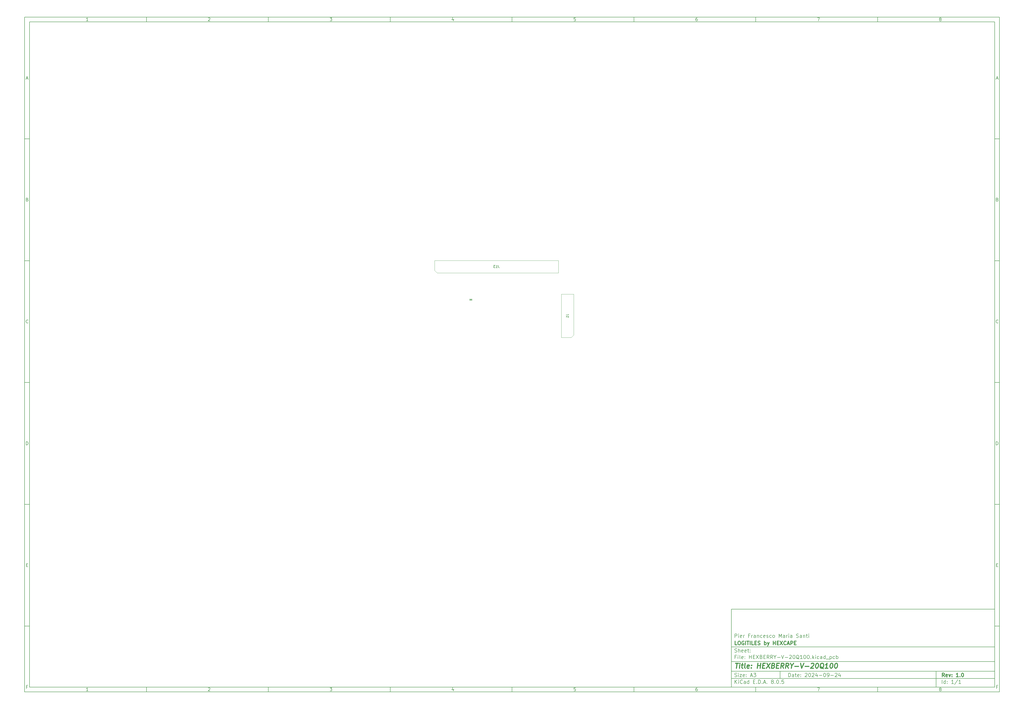
<source format=gbr>
%TF.GenerationSoftware,KiCad,Pcbnew,8.0.5-8.0.5-0~ubuntu24.04.1*%
%TF.CreationDate,2024-09-24T12:38:39+02:00*%
%TF.ProjectId,HEXBERRY-V-20Q100,48455842-4552-4525-992d-562d32305131,1.0*%
%TF.SameCoordinates,PX5f5e100PY5f5e100*%
%TF.FileFunction,AssemblyDrawing,Bot*%
%FSLAX46Y46*%
G04 Gerber Fmt 4.6, Leading zero omitted, Abs format (unit mm)*
G04 Created by KiCad (PCBNEW 8.0.5-8.0.5-0~ubuntu24.04.1) date 2024-09-24 12:38:39*
%MOMM*%
%LPD*%
G01*
G04 APERTURE LIST*
%ADD10C,0.100000*%
%ADD11C,0.150000*%
%ADD12C,0.300000*%
%ADD13C,0.400000*%
%ADD14C,0.040000*%
G04 APERTURE END LIST*
D10*
D11*
X199989000Y-153002200D02*
X307989000Y-153002200D01*
X307989000Y-185002200D01*
X199989000Y-185002200D01*
X199989000Y-153002200D01*
D10*
D11*
X-90000000Y90000000D02*
X309989000Y90000000D01*
X309989000Y-187002200D01*
X-90000000Y-187002200D01*
X-90000000Y90000000D01*
D10*
D11*
X-88000000Y88000000D02*
X307989000Y88000000D01*
X307989000Y-185002200D01*
X-88000000Y-185002200D01*
X-88000000Y88000000D01*
D10*
D11*
X-40000000Y88000000D02*
X-40000000Y90000000D01*
D10*
D11*
X10000000Y88000000D02*
X10000000Y90000000D01*
D10*
D11*
X60000000Y88000000D02*
X60000000Y90000000D01*
D10*
D11*
X110000000Y88000000D02*
X110000000Y90000000D01*
D10*
D11*
X160000000Y88000000D02*
X160000000Y90000000D01*
D10*
D11*
X210000000Y88000000D02*
X210000000Y90000000D01*
D10*
D11*
X260000000Y88000000D02*
X260000000Y90000000D01*
D10*
D11*
X-63910840Y88406396D02*
X-64653697Y88406396D01*
X-64282269Y88406396D02*
X-64282269Y89706396D01*
X-64282269Y89706396D02*
X-64406078Y89520681D01*
X-64406078Y89520681D02*
X-64529888Y89396872D01*
X-64529888Y89396872D02*
X-64653697Y89334967D01*
D10*
D11*
X-14653697Y89582586D02*
X-14591793Y89644491D01*
X-14591793Y89644491D02*
X-14467983Y89706396D01*
X-14467983Y89706396D02*
X-14158459Y89706396D01*
X-14158459Y89706396D02*
X-14034650Y89644491D01*
X-14034650Y89644491D02*
X-13972745Y89582586D01*
X-13972745Y89582586D02*
X-13910840Y89458777D01*
X-13910840Y89458777D02*
X-13910840Y89334967D01*
X-13910840Y89334967D02*
X-13972745Y89149253D01*
X-13972745Y89149253D02*
X-14715602Y88406396D01*
X-14715602Y88406396D02*
X-13910840Y88406396D01*
D10*
D11*
X35284398Y89706396D02*
X36089160Y89706396D01*
X36089160Y89706396D02*
X35655826Y89211158D01*
X35655826Y89211158D02*
X35841541Y89211158D01*
X35841541Y89211158D02*
X35965350Y89149253D01*
X35965350Y89149253D02*
X36027255Y89087348D01*
X36027255Y89087348D02*
X36089160Y88963539D01*
X36089160Y88963539D02*
X36089160Y88654015D01*
X36089160Y88654015D02*
X36027255Y88530205D01*
X36027255Y88530205D02*
X35965350Y88468300D01*
X35965350Y88468300D02*
X35841541Y88406396D01*
X35841541Y88406396D02*
X35470112Y88406396D01*
X35470112Y88406396D02*
X35346303Y88468300D01*
X35346303Y88468300D02*
X35284398Y88530205D01*
D10*
D11*
X85965350Y89273062D02*
X85965350Y88406396D01*
X85655826Y89768300D02*
X85346303Y88839729D01*
X85346303Y88839729D02*
X86151064Y88839729D01*
D10*
D11*
X136027255Y89706396D02*
X135408207Y89706396D01*
X135408207Y89706396D02*
X135346303Y89087348D01*
X135346303Y89087348D02*
X135408207Y89149253D01*
X135408207Y89149253D02*
X135532017Y89211158D01*
X135532017Y89211158D02*
X135841541Y89211158D01*
X135841541Y89211158D02*
X135965350Y89149253D01*
X135965350Y89149253D02*
X136027255Y89087348D01*
X136027255Y89087348D02*
X136089160Y88963539D01*
X136089160Y88963539D02*
X136089160Y88654015D01*
X136089160Y88654015D02*
X136027255Y88530205D01*
X136027255Y88530205D02*
X135965350Y88468300D01*
X135965350Y88468300D02*
X135841541Y88406396D01*
X135841541Y88406396D02*
X135532017Y88406396D01*
X135532017Y88406396D02*
X135408207Y88468300D01*
X135408207Y88468300D02*
X135346303Y88530205D01*
D10*
D11*
X185965350Y89706396D02*
X185717731Y89706396D01*
X185717731Y89706396D02*
X185593922Y89644491D01*
X185593922Y89644491D02*
X185532017Y89582586D01*
X185532017Y89582586D02*
X185408207Y89396872D01*
X185408207Y89396872D02*
X185346303Y89149253D01*
X185346303Y89149253D02*
X185346303Y88654015D01*
X185346303Y88654015D02*
X185408207Y88530205D01*
X185408207Y88530205D02*
X185470112Y88468300D01*
X185470112Y88468300D02*
X185593922Y88406396D01*
X185593922Y88406396D02*
X185841541Y88406396D01*
X185841541Y88406396D02*
X185965350Y88468300D01*
X185965350Y88468300D02*
X186027255Y88530205D01*
X186027255Y88530205D02*
X186089160Y88654015D01*
X186089160Y88654015D02*
X186089160Y88963539D01*
X186089160Y88963539D02*
X186027255Y89087348D01*
X186027255Y89087348D02*
X185965350Y89149253D01*
X185965350Y89149253D02*
X185841541Y89211158D01*
X185841541Y89211158D02*
X185593922Y89211158D01*
X185593922Y89211158D02*
X185470112Y89149253D01*
X185470112Y89149253D02*
X185408207Y89087348D01*
X185408207Y89087348D02*
X185346303Y88963539D01*
D10*
D11*
X235284398Y89706396D02*
X236151064Y89706396D01*
X236151064Y89706396D02*
X235593922Y88406396D01*
D10*
D11*
X285593922Y89149253D02*
X285470112Y89211158D01*
X285470112Y89211158D02*
X285408207Y89273062D01*
X285408207Y89273062D02*
X285346303Y89396872D01*
X285346303Y89396872D02*
X285346303Y89458777D01*
X285346303Y89458777D02*
X285408207Y89582586D01*
X285408207Y89582586D02*
X285470112Y89644491D01*
X285470112Y89644491D02*
X285593922Y89706396D01*
X285593922Y89706396D02*
X285841541Y89706396D01*
X285841541Y89706396D02*
X285965350Y89644491D01*
X285965350Y89644491D02*
X286027255Y89582586D01*
X286027255Y89582586D02*
X286089160Y89458777D01*
X286089160Y89458777D02*
X286089160Y89396872D01*
X286089160Y89396872D02*
X286027255Y89273062D01*
X286027255Y89273062D02*
X285965350Y89211158D01*
X285965350Y89211158D02*
X285841541Y89149253D01*
X285841541Y89149253D02*
X285593922Y89149253D01*
X285593922Y89149253D02*
X285470112Y89087348D01*
X285470112Y89087348D02*
X285408207Y89025443D01*
X285408207Y89025443D02*
X285346303Y88901634D01*
X285346303Y88901634D02*
X285346303Y88654015D01*
X285346303Y88654015D02*
X285408207Y88530205D01*
X285408207Y88530205D02*
X285470112Y88468300D01*
X285470112Y88468300D02*
X285593922Y88406396D01*
X285593922Y88406396D02*
X285841541Y88406396D01*
X285841541Y88406396D02*
X285965350Y88468300D01*
X285965350Y88468300D02*
X286027255Y88530205D01*
X286027255Y88530205D02*
X286089160Y88654015D01*
X286089160Y88654015D02*
X286089160Y88901634D01*
X286089160Y88901634D02*
X286027255Y89025443D01*
X286027255Y89025443D02*
X285965350Y89087348D01*
X285965350Y89087348D02*
X285841541Y89149253D01*
D10*
D11*
X-40000000Y-185002200D02*
X-40000000Y-187002200D01*
D10*
D11*
X10000000Y-185002200D02*
X10000000Y-187002200D01*
D10*
D11*
X60000000Y-185002200D02*
X60000000Y-187002200D01*
D10*
D11*
X110000000Y-185002200D02*
X110000000Y-187002200D01*
D10*
D11*
X160000000Y-185002200D02*
X160000000Y-187002200D01*
D10*
D11*
X210000000Y-185002200D02*
X210000000Y-187002200D01*
D10*
D11*
X260000000Y-185002200D02*
X260000000Y-187002200D01*
D10*
D11*
X-63910840Y-186595804D02*
X-64653697Y-186595804D01*
X-64282269Y-186595804D02*
X-64282269Y-185295804D01*
X-64282269Y-185295804D02*
X-64406078Y-185481519D01*
X-64406078Y-185481519D02*
X-64529888Y-185605328D01*
X-64529888Y-185605328D02*
X-64653697Y-185667233D01*
D10*
D11*
X-14653697Y-185419614D02*
X-14591793Y-185357709D01*
X-14591793Y-185357709D02*
X-14467983Y-185295804D01*
X-14467983Y-185295804D02*
X-14158459Y-185295804D01*
X-14158459Y-185295804D02*
X-14034650Y-185357709D01*
X-14034650Y-185357709D02*
X-13972745Y-185419614D01*
X-13972745Y-185419614D02*
X-13910840Y-185543423D01*
X-13910840Y-185543423D02*
X-13910840Y-185667233D01*
X-13910840Y-185667233D02*
X-13972745Y-185852947D01*
X-13972745Y-185852947D02*
X-14715602Y-186595804D01*
X-14715602Y-186595804D02*
X-13910840Y-186595804D01*
D10*
D11*
X35284398Y-185295804D02*
X36089160Y-185295804D01*
X36089160Y-185295804D02*
X35655826Y-185791042D01*
X35655826Y-185791042D02*
X35841541Y-185791042D01*
X35841541Y-185791042D02*
X35965350Y-185852947D01*
X35965350Y-185852947D02*
X36027255Y-185914852D01*
X36027255Y-185914852D02*
X36089160Y-186038661D01*
X36089160Y-186038661D02*
X36089160Y-186348185D01*
X36089160Y-186348185D02*
X36027255Y-186471995D01*
X36027255Y-186471995D02*
X35965350Y-186533900D01*
X35965350Y-186533900D02*
X35841541Y-186595804D01*
X35841541Y-186595804D02*
X35470112Y-186595804D01*
X35470112Y-186595804D02*
X35346303Y-186533900D01*
X35346303Y-186533900D02*
X35284398Y-186471995D01*
D10*
D11*
X85965350Y-185729138D02*
X85965350Y-186595804D01*
X85655826Y-185233900D02*
X85346303Y-186162471D01*
X85346303Y-186162471D02*
X86151064Y-186162471D01*
D10*
D11*
X136027255Y-185295804D02*
X135408207Y-185295804D01*
X135408207Y-185295804D02*
X135346303Y-185914852D01*
X135346303Y-185914852D02*
X135408207Y-185852947D01*
X135408207Y-185852947D02*
X135532017Y-185791042D01*
X135532017Y-185791042D02*
X135841541Y-185791042D01*
X135841541Y-185791042D02*
X135965350Y-185852947D01*
X135965350Y-185852947D02*
X136027255Y-185914852D01*
X136027255Y-185914852D02*
X136089160Y-186038661D01*
X136089160Y-186038661D02*
X136089160Y-186348185D01*
X136089160Y-186348185D02*
X136027255Y-186471995D01*
X136027255Y-186471995D02*
X135965350Y-186533900D01*
X135965350Y-186533900D02*
X135841541Y-186595804D01*
X135841541Y-186595804D02*
X135532017Y-186595804D01*
X135532017Y-186595804D02*
X135408207Y-186533900D01*
X135408207Y-186533900D02*
X135346303Y-186471995D01*
D10*
D11*
X185965350Y-185295804D02*
X185717731Y-185295804D01*
X185717731Y-185295804D02*
X185593922Y-185357709D01*
X185593922Y-185357709D02*
X185532017Y-185419614D01*
X185532017Y-185419614D02*
X185408207Y-185605328D01*
X185408207Y-185605328D02*
X185346303Y-185852947D01*
X185346303Y-185852947D02*
X185346303Y-186348185D01*
X185346303Y-186348185D02*
X185408207Y-186471995D01*
X185408207Y-186471995D02*
X185470112Y-186533900D01*
X185470112Y-186533900D02*
X185593922Y-186595804D01*
X185593922Y-186595804D02*
X185841541Y-186595804D01*
X185841541Y-186595804D02*
X185965350Y-186533900D01*
X185965350Y-186533900D02*
X186027255Y-186471995D01*
X186027255Y-186471995D02*
X186089160Y-186348185D01*
X186089160Y-186348185D02*
X186089160Y-186038661D01*
X186089160Y-186038661D02*
X186027255Y-185914852D01*
X186027255Y-185914852D02*
X185965350Y-185852947D01*
X185965350Y-185852947D02*
X185841541Y-185791042D01*
X185841541Y-185791042D02*
X185593922Y-185791042D01*
X185593922Y-185791042D02*
X185470112Y-185852947D01*
X185470112Y-185852947D02*
X185408207Y-185914852D01*
X185408207Y-185914852D02*
X185346303Y-186038661D01*
D10*
D11*
X235284398Y-185295804D02*
X236151064Y-185295804D01*
X236151064Y-185295804D02*
X235593922Y-186595804D01*
D10*
D11*
X285593922Y-185852947D02*
X285470112Y-185791042D01*
X285470112Y-185791042D02*
X285408207Y-185729138D01*
X285408207Y-185729138D02*
X285346303Y-185605328D01*
X285346303Y-185605328D02*
X285346303Y-185543423D01*
X285346303Y-185543423D02*
X285408207Y-185419614D01*
X285408207Y-185419614D02*
X285470112Y-185357709D01*
X285470112Y-185357709D02*
X285593922Y-185295804D01*
X285593922Y-185295804D02*
X285841541Y-185295804D01*
X285841541Y-185295804D02*
X285965350Y-185357709D01*
X285965350Y-185357709D02*
X286027255Y-185419614D01*
X286027255Y-185419614D02*
X286089160Y-185543423D01*
X286089160Y-185543423D02*
X286089160Y-185605328D01*
X286089160Y-185605328D02*
X286027255Y-185729138D01*
X286027255Y-185729138D02*
X285965350Y-185791042D01*
X285965350Y-185791042D02*
X285841541Y-185852947D01*
X285841541Y-185852947D02*
X285593922Y-185852947D01*
X285593922Y-185852947D02*
X285470112Y-185914852D01*
X285470112Y-185914852D02*
X285408207Y-185976757D01*
X285408207Y-185976757D02*
X285346303Y-186100566D01*
X285346303Y-186100566D02*
X285346303Y-186348185D01*
X285346303Y-186348185D02*
X285408207Y-186471995D01*
X285408207Y-186471995D02*
X285470112Y-186533900D01*
X285470112Y-186533900D02*
X285593922Y-186595804D01*
X285593922Y-186595804D02*
X285841541Y-186595804D01*
X285841541Y-186595804D02*
X285965350Y-186533900D01*
X285965350Y-186533900D02*
X286027255Y-186471995D01*
X286027255Y-186471995D02*
X286089160Y-186348185D01*
X286089160Y-186348185D02*
X286089160Y-186100566D01*
X286089160Y-186100566D02*
X286027255Y-185976757D01*
X286027255Y-185976757D02*
X285965350Y-185914852D01*
X285965350Y-185914852D02*
X285841541Y-185852947D01*
D10*
D11*
X-90000000Y40000000D02*
X-88000000Y40000000D01*
D10*
D11*
X-90000000Y-10000000D02*
X-88000000Y-10000000D01*
D10*
D11*
X-90000000Y-60000000D02*
X-88000000Y-60000000D01*
D10*
D11*
X-90000000Y-110000000D02*
X-88000000Y-110000000D01*
D10*
D11*
X-90000000Y-160000000D02*
X-88000000Y-160000000D01*
D10*
D11*
X-89309524Y64777824D02*
X-88690477Y64777824D01*
X-89433334Y64406396D02*
X-89000001Y65706396D01*
X-89000001Y65706396D02*
X-88566667Y64406396D01*
D10*
D11*
X-88907143Y15087348D02*
X-88721429Y15025443D01*
X-88721429Y15025443D02*
X-88659524Y14963539D01*
X-88659524Y14963539D02*
X-88597620Y14839729D01*
X-88597620Y14839729D02*
X-88597620Y14654015D01*
X-88597620Y14654015D02*
X-88659524Y14530205D01*
X-88659524Y14530205D02*
X-88721429Y14468300D01*
X-88721429Y14468300D02*
X-88845239Y14406396D01*
X-88845239Y14406396D02*
X-89340477Y14406396D01*
X-89340477Y14406396D02*
X-89340477Y15706396D01*
X-89340477Y15706396D02*
X-88907143Y15706396D01*
X-88907143Y15706396D02*
X-88783334Y15644491D01*
X-88783334Y15644491D02*
X-88721429Y15582586D01*
X-88721429Y15582586D02*
X-88659524Y15458777D01*
X-88659524Y15458777D02*
X-88659524Y15334967D01*
X-88659524Y15334967D02*
X-88721429Y15211158D01*
X-88721429Y15211158D02*
X-88783334Y15149253D01*
X-88783334Y15149253D02*
X-88907143Y15087348D01*
X-88907143Y15087348D02*
X-89340477Y15087348D01*
D10*
D11*
X-88597620Y-35469795D02*
X-88659524Y-35531700D01*
X-88659524Y-35531700D02*
X-88845239Y-35593604D01*
X-88845239Y-35593604D02*
X-88969048Y-35593604D01*
X-88969048Y-35593604D02*
X-89154762Y-35531700D01*
X-89154762Y-35531700D02*
X-89278572Y-35407890D01*
X-89278572Y-35407890D02*
X-89340477Y-35284080D01*
X-89340477Y-35284080D02*
X-89402381Y-35036461D01*
X-89402381Y-35036461D02*
X-89402381Y-34850747D01*
X-89402381Y-34850747D02*
X-89340477Y-34603128D01*
X-89340477Y-34603128D02*
X-89278572Y-34479319D01*
X-89278572Y-34479319D02*
X-89154762Y-34355509D01*
X-89154762Y-34355509D02*
X-88969048Y-34293604D01*
X-88969048Y-34293604D02*
X-88845239Y-34293604D01*
X-88845239Y-34293604D02*
X-88659524Y-34355509D01*
X-88659524Y-34355509D02*
X-88597620Y-34417414D01*
D10*
D11*
X-89340477Y-85593604D02*
X-89340477Y-84293604D01*
X-89340477Y-84293604D02*
X-89030953Y-84293604D01*
X-89030953Y-84293604D02*
X-88845239Y-84355509D01*
X-88845239Y-84355509D02*
X-88721429Y-84479319D01*
X-88721429Y-84479319D02*
X-88659524Y-84603128D01*
X-88659524Y-84603128D02*
X-88597620Y-84850747D01*
X-88597620Y-84850747D02*
X-88597620Y-85036461D01*
X-88597620Y-85036461D02*
X-88659524Y-85284080D01*
X-88659524Y-85284080D02*
X-88721429Y-85407890D01*
X-88721429Y-85407890D02*
X-88845239Y-85531700D01*
X-88845239Y-85531700D02*
X-89030953Y-85593604D01*
X-89030953Y-85593604D02*
X-89340477Y-85593604D01*
D10*
D11*
X-89278572Y-134912652D02*
X-88845238Y-134912652D01*
X-88659524Y-135593604D02*
X-89278572Y-135593604D01*
X-89278572Y-135593604D02*
X-89278572Y-134293604D01*
X-89278572Y-134293604D02*
X-88659524Y-134293604D01*
D10*
D11*
X-88814286Y-184912652D02*
X-89247620Y-184912652D01*
X-89247620Y-185593604D02*
X-89247620Y-184293604D01*
X-89247620Y-184293604D02*
X-88628572Y-184293604D01*
D10*
D11*
X309989000Y40000000D02*
X307989000Y40000000D01*
D10*
D11*
X309989000Y-10000000D02*
X307989000Y-10000000D01*
D10*
D11*
X309989000Y-60000000D02*
X307989000Y-60000000D01*
D10*
D11*
X309989000Y-110000000D02*
X307989000Y-110000000D01*
D10*
D11*
X309989000Y-160000000D02*
X307989000Y-160000000D01*
D10*
D11*
X308679476Y64777824D02*
X309298523Y64777824D01*
X308555666Y64406396D02*
X308988999Y65706396D01*
X308988999Y65706396D02*
X309422333Y64406396D01*
D10*
D11*
X309081857Y15087348D02*
X309267571Y15025443D01*
X309267571Y15025443D02*
X309329476Y14963539D01*
X309329476Y14963539D02*
X309391380Y14839729D01*
X309391380Y14839729D02*
X309391380Y14654015D01*
X309391380Y14654015D02*
X309329476Y14530205D01*
X309329476Y14530205D02*
X309267571Y14468300D01*
X309267571Y14468300D02*
X309143761Y14406396D01*
X309143761Y14406396D02*
X308648523Y14406396D01*
X308648523Y14406396D02*
X308648523Y15706396D01*
X308648523Y15706396D02*
X309081857Y15706396D01*
X309081857Y15706396D02*
X309205666Y15644491D01*
X309205666Y15644491D02*
X309267571Y15582586D01*
X309267571Y15582586D02*
X309329476Y15458777D01*
X309329476Y15458777D02*
X309329476Y15334967D01*
X309329476Y15334967D02*
X309267571Y15211158D01*
X309267571Y15211158D02*
X309205666Y15149253D01*
X309205666Y15149253D02*
X309081857Y15087348D01*
X309081857Y15087348D02*
X308648523Y15087348D01*
D10*
D11*
X309391380Y-35469795D02*
X309329476Y-35531700D01*
X309329476Y-35531700D02*
X309143761Y-35593604D01*
X309143761Y-35593604D02*
X309019952Y-35593604D01*
X309019952Y-35593604D02*
X308834238Y-35531700D01*
X308834238Y-35531700D02*
X308710428Y-35407890D01*
X308710428Y-35407890D02*
X308648523Y-35284080D01*
X308648523Y-35284080D02*
X308586619Y-35036461D01*
X308586619Y-35036461D02*
X308586619Y-34850747D01*
X308586619Y-34850747D02*
X308648523Y-34603128D01*
X308648523Y-34603128D02*
X308710428Y-34479319D01*
X308710428Y-34479319D02*
X308834238Y-34355509D01*
X308834238Y-34355509D02*
X309019952Y-34293604D01*
X309019952Y-34293604D02*
X309143761Y-34293604D01*
X309143761Y-34293604D02*
X309329476Y-34355509D01*
X309329476Y-34355509D02*
X309391380Y-34417414D01*
D10*
D11*
X308648523Y-85593604D02*
X308648523Y-84293604D01*
X308648523Y-84293604D02*
X308958047Y-84293604D01*
X308958047Y-84293604D02*
X309143761Y-84355509D01*
X309143761Y-84355509D02*
X309267571Y-84479319D01*
X309267571Y-84479319D02*
X309329476Y-84603128D01*
X309329476Y-84603128D02*
X309391380Y-84850747D01*
X309391380Y-84850747D02*
X309391380Y-85036461D01*
X309391380Y-85036461D02*
X309329476Y-85284080D01*
X309329476Y-85284080D02*
X309267571Y-85407890D01*
X309267571Y-85407890D02*
X309143761Y-85531700D01*
X309143761Y-85531700D02*
X308958047Y-85593604D01*
X308958047Y-85593604D02*
X308648523Y-85593604D01*
D10*
D11*
X308710428Y-134912652D02*
X309143762Y-134912652D01*
X309329476Y-135593604D02*
X308710428Y-135593604D01*
X308710428Y-135593604D02*
X308710428Y-134293604D01*
X308710428Y-134293604D02*
X309329476Y-134293604D01*
D10*
D11*
X309174714Y-184912652D02*
X308741380Y-184912652D01*
X308741380Y-185593604D02*
X308741380Y-184293604D01*
X308741380Y-184293604D02*
X309360428Y-184293604D01*
D10*
D11*
X223444826Y-180788328D02*
X223444826Y-179288328D01*
X223444826Y-179288328D02*
X223801969Y-179288328D01*
X223801969Y-179288328D02*
X224016255Y-179359757D01*
X224016255Y-179359757D02*
X224159112Y-179502614D01*
X224159112Y-179502614D02*
X224230541Y-179645471D01*
X224230541Y-179645471D02*
X224301969Y-179931185D01*
X224301969Y-179931185D02*
X224301969Y-180145471D01*
X224301969Y-180145471D02*
X224230541Y-180431185D01*
X224230541Y-180431185D02*
X224159112Y-180574042D01*
X224159112Y-180574042D02*
X224016255Y-180716900D01*
X224016255Y-180716900D02*
X223801969Y-180788328D01*
X223801969Y-180788328D02*
X223444826Y-180788328D01*
X225587684Y-180788328D02*
X225587684Y-180002614D01*
X225587684Y-180002614D02*
X225516255Y-179859757D01*
X225516255Y-179859757D02*
X225373398Y-179788328D01*
X225373398Y-179788328D02*
X225087684Y-179788328D01*
X225087684Y-179788328D02*
X224944826Y-179859757D01*
X225587684Y-180716900D02*
X225444826Y-180788328D01*
X225444826Y-180788328D02*
X225087684Y-180788328D01*
X225087684Y-180788328D02*
X224944826Y-180716900D01*
X224944826Y-180716900D02*
X224873398Y-180574042D01*
X224873398Y-180574042D02*
X224873398Y-180431185D01*
X224873398Y-180431185D02*
X224944826Y-180288328D01*
X224944826Y-180288328D02*
X225087684Y-180216900D01*
X225087684Y-180216900D02*
X225444826Y-180216900D01*
X225444826Y-180216900D02*
X225587684Y-180145471D01*
X226087684Y-179788328D02*
X226659112Y-179788328D01*
X226301969Y-179288328D02*
X226301969Y-180574042D01*
X226301969Y-180574042D02*
X226373398Y-180716900D01*
X226373398Y-180716900D02*
X226516255Y-180788328D01*
X226516255Y-180788328D02*
X226659112Y-180788328D01*
X227730541Y-180716900D02*
X227587684Y-180788328D01*
X227587684Y-180788328D02*
X227301970Y-180788328D01*
X227301970Y-180788328D02*
X227159112Y-180716900D01*
X227159112Y-180716900D02*
X227087684Y-180574042D01*
X227087684Y-180574042D02*
X227087684Y-180002614D01*
X227087684Y-180002614D02*
X227159112Y-179859757D01*
X227159112Y-179859757D02*
X227301970Y-179788328D01*
X227301970Y-179788328D02*
X227587684Y-179788328D01*
X227587684Y-179788328D02*
X227730541Y-179859757D01*
X227730541Y-179859757D02*
X227801970Y-180002614D01*
X227801970Y-180002614D02*
X227801970Y-180145471D01*
X227801970Y-180145471D02*
X227087684Y-180288328D01*
X228444826Y-180645471D02*
X228516255Y-180716900D01*
X228516255Y-180716900D02*
X228444826Y-180788328D01*
X228444826Y-180788328D02*
X228373398Y-180716900D01*
X228373398Y-180716900D02*
X228444826Y-180645471D01*
X228444826Y-180645471D02*
X228444826Y-180788328D01*
X228444826Y-179859757D02*
X228516255Y-179931185D01*
X228516255Y-179931185D02*
X228444826Y-180002614D01*
X228444826Y-180002614D02*
X228373398Y-179931185D01*
X228373398Y-179931185D02*
X228444826Y-179859757D01*
X228444826Y-179859757D02*
X228444826Y-180002614D01*
X230230541Y-179431185D02*
X230301969Y-179359757D01*
X230301969Y-179359757D02*
X230444827Y-179288328D01*
X230444827Y-179288328D02*
X230801969Y-179288328D01*
X230801969Y-179288328D02*
X230944827Y-179359757D01*
X230944827Y-179359757D02*
X231016255Y-179431185D01*
X231016255Y-179431185D02*
X231087684Y-179574042D01*
X231087684Y-179574042D02*
X231087684Y-179716900D01*
X231087684Y-179716900D02*
X231016255Y-179931185D01*
X231016255Y-179931185D02*
X230159112Y-180788328D01*
X230159112Y-180788328D02*
X231087684Y-180788328D01*
X232016255Y-179288328D02*
X232159112Y-179288328D01*
X232159112Y-179288328D02*
X232301969Y-179359757D01*
X232301969Y-179359757D02*
X232373398Y-179431185D01*
X232373398Y-179431185D02*
X232444826Y-179574042D01*
X232444826Y-179574042D02*
X232516255Y-179859757D01*
X232516255Y-179859757D02*
X232516255Y-180216900D01*
X232516255Y-180216900D02*
X232444826Y-180502614D01*
X232444826Y-180502614D02*
X232373398Y-180645471D01*
X232373398Y-180645471D02*
X232301969Y-180716900D01*
X232301969Y-180716900D02*
X232159112Y-180788328D01*
X232159112Y-180788328D02*
X232016255Y-180788328D01*
X232016255Y-180788328D02*
X231873398Y-180716900D01*
X231873398Y-180716900D02*
X231801969Y-180645471D01*
X231801969Y-180645471D02*
X231730540Y-180502614D01*
X231730540Y-180502614D02*
X231659112Y-180216900D01*
X231659112Y-180216900D02*
X231659112Y-179859757D01*
X231659112Y-179859757D02*
X231730540Y-179574042D01*
X231730540Y-179574042D02*
X231801969Y-179431185D01*
X231801969Y-179431185D02*
X231873398Y-179359757D01*
X231873398Y-179359757D02*
X232016255Y-179288328D01*
X233087683Y-179431185D02*
X233159111Y-179359757D01*
X233159111Y-179359757D02*
X233301969Y-179288328D01*
X233301969Y-179288328D02*
X233659111Y-179288328D01*
X233659111Y-179288328D02*
X233801969Y-179359757D01*
X233801969Y-179359757D02*
X233873397Y-179431185D01*
X233873397Y-179431185D02*
X233944826Y-179574042D01*
X233944826Y-179574042D02*
X233944826Y-179716900D01*
X233944826Y-179716900D02*
X233873397Y-179931185D01*
X233873397Y-179931185D02*
X233016254Y-180788328D01*
X233016254Y-180788328D02*
X233944826Y-180788328D01*
X235230540Y-179788328D02*
X235230540Y-180788328D01*
X234873397Y-179216900D02*
X234516254Y-180288328D01*
X234516254Y-180288328D02*
X235444825Y-180288328D01*
X236016253Y-180216900D02*
X237159111Y-180216900D01*
X238159111Y-179288328D02*
X238301968Y-179288328D01*
X238301968Y-179288328D02*
X238444825Y-179359757D01*
X238444825Y-179359757D02*
X238516254Y-179431185D01*
X238516254Y-179431185D02*
X238587682Y-179574042D01*
X238587682Y-179574042D02*
X238659111Y-179859757D01*
X238659111Y-179859757D02*
X238659111Y-180216900D01*
X238659111Y-180216900D02*
X238587682Y-180502614D01*
X238587682Y-180502614D02*
X238516254Y-180645471D01*
X238516254Y-180645471D02*
X238444825Y-180716900D01*
X238444825Y-180716900D02*
X238301968Y-180788328D01*
X238301968Y-180788328D02*
X238159111Y-180788328D01*
X238159111Y-180788328D02*
X238016254Y-180716900D01*
X238016254Y-180716900D02*
X237944825Y-180645471D01*
X237944825Y-180645471D02*
X237873396Y-180502614D01*
X237873396Y-180502614D02*
X237801968Y-180216900D01*
X237801968Y-180216900D02*
X237801968Y-179859757D01*
X237801968Y-179859757D02*
X237873396Y-179574042D01*
X237873396Y-179574042D02*
X237944825Y-179431185D01*
X237944825Y-179431185D02*
X238016254Y-179359757D01*
X238016254Y-179359757D02*
X238159111Y-179288328D01*
X239373396Y-180788328D02*
X239659110Y-180788328D01*
X239659110Y-180788328D02*
X239801967Y-180716900D01*
X239801967Y-180716900D02*
X239873396Y-180645471D01*
X239873396Y-180645471D02*
X240016253Y-180431185D01*
X240016253Y-180431185D02*
X240087682Y-180145471D01*
X240087682Y-180145471D02*
X240087682Y-179574042D01*
X240087682Y-179574042D02*
X240016253Y-179431185D01*
X240016253Y-179431185D02*
X239944825Y-179359757D01*
X239944825Y-179359757D02*
X239801967Y-179288328D01*
X239801967Y-179288328D02*
X239516253Y-179288328D01*
X239516253Y-179288328D02*
X239373396Y-179359757D01*
X239373396Y-179359757D02*
X239301967Y-179431185D01*
X239301967Y-179431185D02*
X239230539Y-179574042D01*
X239230539Y-179574042D02*
X239230539Y-179931185D01*
X239230539Y-179931185D02*
X239301967Y-180074042D01*
X239301967Y-180074042D02*
X239373396Y-180145471D01*
X239373396Y-180145471D02*
X239516253Y-180216900D01*
X239516253Y-180216900D02*
X239801967Y-180216900D01*
X239801967Y-180216900D02*
X239944825Y-180145471D01*
X239944825Y-180145471D02*
X240016253Y-180074042D01*
X240016253Y-180074042D02*
X240087682Y-179931185D01*
X240730538Y-180216900D02*
X241873396Y-180216900D01*
X242516253Y-179431185D02*
X242587681Y-179359757D01*
X242587681Y-179359757D02*
X242730539Y-179288328D01*
X242730539Y-179288328D02*
X243087681Y-179288328D01*
X243087681Y-179288328D02*
X243230539Y-179359757D01*
X243230539Y-179359757D02*
X243301967Y-179431185D01*
X243301967Y-179431185D02*
X243373396Y-179574042D01*
X243373396Y-179574042D02*
X243373396Y-179716900D01*
X243373396Y-179716900D02*
X243301967Y-179931185D01*
X243301967Y-179931185D02*
X242444824Y-180788328D01*
X242444824Y-180788328D02*
X243373396Y-180788328D01*
X244659110Y-179788328D02*
X244659110Y-180788328D01*
X244301967Y-179216900D02*
X243944824Y-180288328D01*
X243944824Y-180288328D02*
X244873395Y-180288328D01*
D10*
D11*
X199989000Y-181502200D02*
X307989000Y-181502200D01*
D10*
D11*
X201444826Y-183588328D02*
X201444826Y-182088328D01*
X202301969Y-183588328D02*
X201659112Y-182731185D01*
X202301969Y-182088328D02*
X201444826Y-182945471D01*
X202944826Y-183588328D02*
X202944826Y-182588328D01*
X202944826Y-182088328D02*
X202873398Y-182159757D01*
X202873398Y-182159757D02*
X202944826Y-182231185D01*
X202944826Y-182231185D02*
X203016255Y-182159757D01*
X203016255Y-182159757D02*
X202944826Y-182088328D01*
X202944826Y-182088328D02*
X202944826Y-182231185D01*
X204516255Y-183445471D02*
X204444827Y-183516900D01*
X204444827Y-183516900D02*
X204230541Y-183588328D01*
X204230541Y-183588328D02*
X204087684Y-183588328D01*
X204087684Y-183588328D02*
X203873398Y-183516900D01*
X203873398Y-183516900D02*
X203730541Y-183374042D01*
X203730541Y-183374042D02*
X203659112Y-183231185D01*
X203659112Y-183231185D02*
X203587684Y-182945471D01*
X203587684Y-182945471D02*
X203587684Y-182731185D01*
X203587684Y-182731185D02*
X203659112Y-182445471D01*
X203659112Y-182445471D02*
X203730541Y-182302614D01*
X203730541Y-182302614D02*
X203873398Y-182159757D01*
X203873398Y-182159757D02*
X204087684Y-182088328D01*
X204087684Y-182088328D02*
X204230541Y-182088328D01*
X204230541Y-182088328D02*
X204444827Y-182159757D01*
X204444827Y-182159757D02*
X204516255Y-182231185D01*
X205801970Y-183588328D02*
X205801970Y-182802614D01*
X205801970Y-182802614D02*
X205730541Y-182659757D01*
X205730541Y-182659757D02*
X205587684Y-182588328D01*
X205587684Y-182588328D02*
X205301970Y-182588328D01*
X205301970Y-182588328D02*
X205159112Y-182659757D01*
X205801970Y-183516900D02*
X205659112Y-183588328D01*
X205659112Y-183588328D02*
X205301970Y-183588328D01*
X205301970Y-183588328D02*
X205159112Y-183516900D01*
X205159112Y-183516900D02*
X205087684Y-183374042D01*
X205087684Y-183374042D02*
X205087684Y-183231185D01*
X205087684Y-183231185D02*
X205159112Y-183088328D01*
X205159112Y-183088328D02*
X205301970Y-183016900D01*
X205301970Y-183016900D02*
X205659112Y-183016900D01*
X205659112Y-183016900D02*
X205801970Y-182945471D01*
X207159113Y-183588328D02*
X207159113Y-182088328D01*
X207159113Y-183516900D02*
X207016255Y-183588328D01*
X207016255Y-183588328D02*
X206730541Y-183588328D01*
X206730541Y-183588328D02*
X206587684Y-183516900D01*
X206587684Y-183516900D02*
X206516255Y-183445471D01*
X206516255Y-183445471D02*
X206444827Y-183302614D01*
X206444827Y-183302614D02*
X206444827Y-182874042D01*
X206444827Y-182874042D02*
X206516255Y-182731185D01*
X206516255Y-182731185D02*
X206587684Y-182659757D01*
X206587684Y-182659757D02*
X206730541Y-182588328D01*
X206730541Y-182588328D02*
X207016255Y-182588328D01*
X207016255Y-182588328D02*
X207159113Y-182659757D01*
X209016255Y-182802614D02*
X209516255Y-182802614D01*
X209730541Y-183588328D02*
X209016255Y-183588328D01*
X209016255Y-183588328D02*
X209016255Y-182088328D01*
X209016255Y-182088328D02*
X209730541Y-182088328D01*
X210373398Y-183445471D02*
X210444827Y-183516900D01*
X210444827Y-183516900D02*
X210373398Y-183588328D01*
X210373398Y-183588328D02*
X210301970Y-183516900D01*
X210301970Y-183516900D02*
X210373398Y-183445471D01*
X210373398Y-183445471D02*
X210373398Y-183588328D01*
X211087684Y-183588328D02*
X211087684Y-182088328D01*
X211087684Y-182088328D02*
X211444827Y-182088328D01*
X211444827Y-182088328D02*
X211659113Y-182159757D01*
X211659113Y-182159757D02*
X211801970Y-182302614D01*
X211801970Y-182302614D02*
X211873399Y-182445471D01*
X211873399Y-182445471D02*
X211944827Y-182731185D01*
X211944827Y-182731185D02*
X211944827Y-182945471D01*
X211944827Y-182945471D02*
X211873399Y-183231185D01*
X211873399Y-183231185D02*
X211801970Y-183374042D01*
X211801970Y-183374042D02*
X211659113Y-183516900D01*
X211659113Y-183516900D02*
X211444827Y-183588328D01*
X211444827Y-183588328D02*
X211087684Y-183588328D01*
X212587684Y-183445471D02*
X212659113Y-183516900D01*
X212659113Y-183516900D02*
X212587684Y-183588328D01*
X212587684Y-183588328D02*
X212516256Y-183516900D01*
X212516256Y-183516900D02*
X212587684Y-183445471D01*
X212587684Y-183445471D02*
X212587684Y-183588328D01*
X213230542Y-183159757D02*
X213944828Y-183159757D01*
X213087685Y-183588328D02*
X213587685Y-182088328D01*
X213587685Y-182088328D02*
X214087685Y-183588328D01*
X214587684Y-183445471D02*
X214659113Y-183516900D01*
X214659113Y-183516900D02*
X214587684Y-183588328D01*
X214587684Y-183588328D02*
X214516256Y-183516900D01*
X214516256Y-183516900D02*
X214587684Y-183445471D01*
X214587684Y-183445471D02*
X214587684Y-183588328D01*
X216659113Y-182731185D02*
X216516256Y-182659757D01*
X216516256Y-182659757D02*
X216444827Y-182588328D01*
X216444827Y-182588328D02*
X216373399Y-182445471D01*
X216373399Y-182445471D02*
X216373399Y-182374042D01*
X216373399Y-182374042D02*
X216444827Y-182231185D01*
X216444827Y-182231185D02*
X216516256Y-182159757D01*
X216516256Y-182159757D02*
X216659113Y-182088328D01*
X216659113Y-182088328D02*
X216944827Y-182088328D01*
X216944827Y-182088328D02*
X217087685Y-182159757D01*
X217087685Y-182159757D02*
X217159113Y-182231185D01*
X217159113Y-182231185D02*
X217230542Y-182374042D01*
X217230542Y-182374042D02*
X217230542Y-182445471D01*
X217230542Y-182445471D02*
X217159113Y-182588328D01*
X217159113Y-182588328D02*
X217087685Y-182659757D01*
X217087685Y-182659757D02*
X216944827Y-182731185D01*
X216944827Y-182731185D02*
X216659113Y-182731185D01*
X216659113Y-182731185D02*
X216516256Y-182802614D01*
X216516256Y-182802614D02*
X216444827Y-182874042D01*
X216444827Y-182874042D02*
X216373399Y-183016900D01*
X216373399Y-183016900D02*
X216373399Y-183302614D01*
X216373399Y-183302614D02*
X216444827Y-183445471D01*
X216444827Y-183445471D02*
X216516256Y-183516900D01*
X216516256Y-183516900D02*
X216659113Y-183588328D01*
X216659113Y-183588328D02*
X216944827Y-183588328D01*
X216944827Y-183588328D02*
X217087685Y-183516900D01*
X217087685Y-183516900D02*
X217159113Y-183445471D01*
X217159113Y-183445471D02*
X217230542Y-183302614D01*
X217230542Y-183302614D02*
X217230542Y-183016900D01*
X217230542Y-183016900D02*
X217159113Y-182874042D01*
X217159113Y-182874042D02*
X217087685Y-182802614D01*
X217087685Y-182802614D02*
X216944827Y-182731185D01*
X217873398Y-183445471D02*
X217944827Y-183516900D01*
X217944827Y-183516900D02*
X217873398Y-183588328D01*
X217873398Y-183588328D02*
X217801970Y-183516900D01*
X217801970Y-183516900D02*
X217873398Y-183445471D01*
X217873398Y-183445471D02*
X217873398Y-183588328D01*
X218873399Y-182088328D02*
X219016256Y-182088328D01*
X219016256Y-182088328D02*
X219159113Y-182159757D01*
X219159113Y-182159757D02*
X219230542Y-182231185D01*
X219230542Y-182231185D02*
X219301970Y-182374042D01*
X219301970Y-182374042D02*
X219373399Y-182659757D01*
X219373399Y-182659757D02*
X219373399Y-183016900D01*
X219373399Y-183016900D02*
X219301970Y-183302614D01*
X219301970Y-183302614D02*
X219230542Y-183445471D01*
X219230542Y-183445471D02*
X219159113Y-183516900D01*
X219159113Y-183516900D02*
X219016256Y-183588328D01*
X219016256Y-183588328D02*
X218873399Y-183588328D01*
X218873399Y-183588328D02*
X218730542Y-183516900D01*
X218730542Y-183516900D02*
X218659113Y-183445471D01*
X218659113Y-183445471D02*
X218587684Y-183302614D01*
X218587684Y-183302614D02*
X218516256Y-183016900D01*
X218516256Y-183016900D02*
X218516256Y-182659757D01*
X218516256Y-182659757D02*
X218587684Y-182374042D01*
X218587684Y-182374042D02*
X218659113Y-182231185D01*
X218659113Y-182231185D02*
X218730542Y-182159757D01*
X218730542Y-182159757D02*
X218873399Y-182088328D01*
X220016255Y-183445471D02*
X220087684Y-183516900D01*
X220087684Y-183516900D02*
X220016255Y-183588328D01*
X220016255Y-183588328D02*
X219944827Y-183516900D01*
X219944827Y-183516900D02*
X220016255Y-183445471D01*
X220016255Y-183445471D02*
X220016255Y-183588328D01*
X221444827Y-182088328D02*
X220730541Y-182088328D01*
X220730541Y-182088328D02*
X220659113Y-182802614D01*
X220659113Y-182802614D02*
X220730541Y-182731185D01*
X220730541Y-182731185D02*
X220873399Y-182659757D01*
X220873399Y-182659757D02*
X221230541Y-182659757D01*
X221230541Y-182659757D02*
X221373399Y-182731185D01*
X221373399Y-182731185D02*
X221444827Y-182802614D01*
X221444827Y-182802614D02*
X221516256Y-182945471D01*
X221516256Y-182945471D02*
X221516256Y-183302614D01*
X221516256Y-183302614D02*
X221444827Y-183445471D01*
X221444827Y-183445471D02*
X221373399Y-183516900D01*
X221373399Y-183516900D02*
X221230541Y-183588328D01*
X221230541Y-183588328D02*
X220873399Y-183588328D01*
X220873399Y-183588328D02*
X220730541Y-183516900D01*
X220730541Y-183516900D02*
X220659113Y-183445471D01*
D10*
D11*
X199989000Y-178502200D02*
X307989000Y-178502200D01*
D10*
D12*
X287400653Y-180780528D02*
X286900653Y-180066242D01*
X286543510Y-180780528D02*
X286543510Y-179280528D01*
X286543510Y-179280528D02*
X287114939Y-179280528D01*
X287114939Y-179280528D02*
X287257796Y-179351957D01*
X287257796Y-179351957D02*
X287329225Y-179423385D01*
X287329225Y-179423385D02*
X287400653Y-179566242D01*
X287400653Y-179566242D02*
X287400653Y-179780528D01*
X287400653Y-179780528D02*
X287329225Y-179923385D01*
X287329225Y-179923385D02*
X287257796Y-179994814D01*
X287257796Y-179994814D02*
X287114939Y-180066242D01*
X287114939Y-180066242D02*
X286543510Y-180066242D01*
X288614939Y-180709100D02*
X288472082Y-180780528D01*
X288472082Y-180780528D02*
X288186368Y-180780528D01*
X288186368Y-180780528D02*
X288043510Y-180709100D01*
X288043510Y-180709100D02*
X287972082Y-180566242D01*
X287972082Y-180566242D02*
X287972082Y-179994814D01*
X287972082Y-179994814D02*
X288043510Y-179851957D01*
X288043510Y-179851957D02*
X288186368Y-179780528D01*
X288186368Y-179780528D02*
X288472082Y-179780528D01*
X288472082Y-179780528D02*
X288614939Y-179851957D01*
X288614939Y-179851957D02*
X288686368Y-179994814D01*
X288686368Y-179994814D02*
X288686368Y-180137671D01*
X288686368Y-180137671D02*
X287972082Y-180280528D01*
X289186367Y-179780528D02*
X289543510Y-180780528D01*
X289543510Y-180780528D02*
X289900653Y-179780528D01*
X290472081Y-180637671D02*
X290543510Y-180709100D01*
X290543510Y-180709100D02*
X290472081Y-180780528D01*
X290472081Y-180780528D02*
X290400653Y-180709100D01*
X290400653Y-180709100D02*
X290472081Y-180637671D01*
X290472081Y-180637671D02*
X290472081Y-180780528D01*
X290472081Y-179851957D02*
X290543510Y-179923385D01*
X290543510Y-179923385D02*
X290472081Y-179994814D01*
X290472081Y-179994814D02*
X290400653Y-179923385D01*
X290400653Y-179923385D02*
X290472081Y-179851957D01*
X290472081Y-179851957D02*
X290472081Y-179994814D01*
X293114939Y-180780528D02*
X292257796Y-180780528D01*
X292686367Y-180780528D02*
X292686367Y-179280528D01*
X292686367Y-179280528D02*
X292543510Y-179494814D01*
X292543510Y-179494814D02*
X292400653Y-179637671D01*
X292400653Y-179637671D02*
X292257796Y-179709100D01*
X293757795Y-180637671D02*
X293829224Y-180709100D01*
X293829224Y-180709100D02*
X293757795Y-180780528D01*
X293757795Y-180780528D02*
X293686367Y-180709100D01*
X293686367Y-180709100D02*
X293757795Y-180637671D01*
X293757795Y-180637671D02*
X293757795Y-180780528D01*
X294757796Y-179280528D02*
X294900653Y-179280528D01*
X294900653Y-179280528D02*
X295043510Y-179351957D01*
X295043510Y-179351957D02*
X295114939Y-179423385D01*
X295114939Y-179423385D02*
X295186367Y-179566242D01*
X295186367Y-179566242D02*
X295257796Y-179851957D01*
X295257796Y-179851957D02*
X295257796Y-180209100D01*
X295257796Y-180209100D02*
X295186367Y-180494814D01*
X295186367Y-180494814D02*
X295114939Y-180637671D01*
X295114939Y-180637671D02*
X295043510Y-180709100D01*
X295043510Y-180709100D02*
X294900653Y-180780528D01*
X294900653Y-180780528D02*
X294757796Y-180780528D01*
X294757796Y-180780528D02*
X294614939Y-180709100D01*
X294614939Y-180709100D02*
X294543510Y-180637671D01*
X294543510Y-180637671D02*
X294472081Y-180494814D01*
X294472081Y-180494814D02*
X294400653Y-180209100D01*
X294400653Y-180209100D02*
X294400653Y-179851957D01*
X294400653Y-179851957D02*
X294472081Y-179566242D01*
X294472081Y-179566242D02*
X294543510Y-179423385D01*
X294543510Y-179423385D02*
X294614939Y-179351957D01*
X294614939Y-179351957D02*
X294757796Y-179280528D01*
D10*
D11*
X201373398Y-180716900D02*
X201587684Y-180788328D01*
X201587684Y-180788328D02*
X201944826Y-180788328D01*
X201944826Y-180788328D02*
X202087684Y-180716900D01*
X202087684Y-180716900D02*
X202159112Y-180645471D01*
X202159112Y-180645471D02*
X202230541Y-180502614D01*
X202230541Y-180502614D02*
X202230541Y-180359757D01*
X202230541Y-180359757D02*
X202159112Y-180216900D01*
X202159112Y-180216900D02*
X202087684Y-180145471D01*
X202087684Y-180145471D02*
X201944826Y-180074042D01*
X201944826Y-180074042D02*
X201659112Y-180002614D01*
X201659112Y-180002614D02*
X201516255Y-179931185D01*
X201516255Y-179931185D02*
X201444826Y-179859757D01*
X201444826Y-179859757D02*
X201373398Y-179716900D01*
X201373398Y-179716900D02*
X201373398Y-179574042D01*
X201373398Y-179574042D02*
X201444826Y-179431185D01*
X201444826Y-179431185D02*
X201516255Y-179359757D01*
X201516255Y-179359757D02*
X201659112Y-179288328D01*
X201659112Y-179288328D02*
X202016255Y-179288328D01*
X202016255Y-179288328D02*
X202230541Y-179359757D01*
X202873397Y-180788328D02*
X202873397Y-179788328D01*
X202873397Y-179288328D02*
X202801969Y-179359757D01*
X202801969Y-179359757D02*
X202873397Y-179431185D01*
X202873397Y-179431185D02*
X202944826Y-179359757D01*
X202944826Y-179359757D02*
X202873397Y-179288328D01*
X202873397Y-179288328D02*
X202873397Y-179431185D01*
X203444826Y-179788328D02*
X204230541Y-179788328D01*
X204230541Y-179788328D02*
X203444826Y-180788328D01*
X203444826Y-180788328D02*
X204230541Y-180788328D01*
X205373398Y-180716900D02*
X205230541Y-180788328D01*
X205230541Y-180788328D02*
X204944827Y-180788328D01*
X204944827Y-180788328D02*
X204801969Y-180716900D01*
X204801969Y-180716900D02*
X204730541Y-180574042D01*
X204730541Y-180574042D02*
X204730541Y-180002614D01*
X204730541Y-180002614D02*
X204801969Y-179859757D01*
X204801969Y-179859757D02*
X204944827Y-179788328D01*
X204944827Y-179788328D02*
X205230541Y-179788328D01*
X205230541Y-179788328D02*
X205373398Y-179859757D01*
X205373398Y-179859757D02*
X205444827Y-180002614D01*
X205444827Y-180002614D02*
X205444827Y-180145471D01*
X205444827Y-180145471D02*
X204730541Y-180288328D01*
X206087683Y-180645471D02*
X206159112Y-180716900D01*
X206159112Y-180716900D02*
X206087683Y-180788328D01*
X206087683Y-180788328D02*
X206016255Y-180716900D01*
X206016255Y-180716900D02*
X206087683Y-180645471D01*
X206087683Y-180645471D02*
X206087683Y-180788328D01*
X206087683Y-179859757D02*
X206159112Y-179931185D01*
X206159112Y-179931185D02*
X206087683Y-180002614D01*
X206087683Y-180002614D02*
X206016255Y-179931185D01*
X206016255Y-179931185D02*
X206087683Y-179859757D01*
X206087683Y-179859757D02*
X206087683Y-180002614D01*
X207873398Y-180359757D02*
X208587684Y-180359757D01*
X207730541Y-180788328D02*
X208230541Y-179288328D01*
X208230541Y-179288328D02*
X208730541Y-180788328D01*
X209087683Y-179288328D02*
X210016255Y-179288328D01*
X210016255Y-179288328D02*
X209516255Y-179859757D01*
X209516255Y-179859757D02*
X209730540Y-179859757D01*
X209730540Y-179859757D02*
X209873398Y-179931185D01*
X209873398Y-179931185D02*
X209944826Y-180002614D01*
X209944826Y-180002614D02*
X210016255Y-180145471D01*
X210016255Y-180145471D02*
X210016255Y-180502614D01*
X210016255Y-180502614D02*
X209944826Y-180645471D01*
X209944826Y-180645471D02*
X209873398Y-180716900D01*
X209873398Y-180716900D02*
X209730540Y-180788328D01*
X209730540Y-180788328D02*
X209301969Y-180788328D01*
X209301969Y-180788328D02*
X209159112Y-180716900D01*
X209159112Y-180716900D02*
X209087683Y-180645471D01*
D10*
D11*
X286444826Y-183588328D02*
X286444826Y-182088328D01*
X287801970Y-183588328D02*
X287801970Y-182088328D01*
X287801970Y-183516900D02*
X287659112Y-183588328D01*
X287659112Y-183588328D02*
X287373398Y-183588328D01*
X287373398Y-183588328D02*
X287230541Y-183516900D01*
X287230541Y-183516900D02*
X287159112Y-183445471D01*
X287159112Y-183445471D02*
X287087684Y-183302614D01*
X287087684Y-183302614D02*
X287087684Y-182874042D01*
X287087684Y-182874042D02*
X287159112Y-182731185D01*
X287159112Y-182731185D02*
X287230541Y-182659757D01*
X287230541Y-182659757D02*
X287373398Y-182588328D01*
X287373398Y-182588328D02*
X287659112Y-182588328D01*
X287659112Y-182588328D02*
X287801970Y-182659757D01*
X288516255Y-183445471D02*
X288587684Y-183516900D01*
X288587684Y-183516900D02*
X288516255Y-183588328D01*
X288516255Y-183588328D02*
X288444827Y-183516900D01*
X288444827Y-183516900D02*
X288516255Y-183445471D01*
X288516255Y-183445471D02*
X288516255Y-183588328D01*
X288516255Y-182659757D02*
X288587684Y-182731185D01*
X288587684Y-182731185D02*
X288516255Y-182802614D01*
X288516255Y-182802614D02*
X288444827Y-182731185D01*
X288444827Y-182731185D02*
X288516255Y-182659757D01*
X288516255Y-182659757D02*
X288516255Y-182802614D01*
X291159113Y-183588328D02*
X290301970Y-183588328D01*
X290730541Y-183588328D02*
X290730541Y-182088328D01*
X290730541Y-182088328D02*
X290587684Y-182302614D01*
X290587684Y-182302614D02*
X290444827Y-182445471D01*
X290444827Y-182445471D02*
X290301970Y-182516900D01*
X292873398Y-182016900D02*
X291587684Y-183945471D01*
X294159113Y-183588328D02*
X293301970Y-183588328D01*
X293730541Y-183588328D02*
X293730541Y-182088328D01*
X293730541Y-182088328D02*
X293587684Y-182302614D01*
X293587684Y-182302614D02*
X293444827Y-182445471D01*
X293444827Y-182445471D02*
X293301970Y-182516900D01*
D10*
D11*
X199989000Y-174502200D02*
X307989000Y-174502200D01*
D10*
D13*
X201680728Y-175206638D02*
X202823585Y-175206638D01*
X202002157Y-177206638D02*
X202252157Y-175206638D01*
X203240252Y-177206638D02*
X203406919Y-175873304D01*
X203490252Y-175206638D02*
X203383109Y-175301876D01*
X203383109Y-175301876D02*
X203466443Y-175397114D01*
X203466443Y-175397114D02*
X203573586Y-175301876D01*
X203573586Y-175301876D02*
X203490252Y-175206638D01*
X203490252Y-175206638D02*
X203466443Y-175397114D01*
X204073586Y-175873304D02*
X204835490Y-175873304D01*
X204442633Y-175206638D02*
X204228348Y-176920923D01*
X204228348Y-176920923D02*
X204299776Y-177111400D01*
X204299776Y-177111400D02*
X204478348Y-177206638D01*
X204478348Y-177206638D02*
X204668824Y-177206638D01*
X205621205Y-177206638D02*
X205442633Y-177111400D01*
X205442633Y-177111400D02*
X205371205Y-176920923D01*
X205371205Y-176920923D02*
X205585490Y-175206638D01*
X207156919Y-177111400D02*
X206954538Y-177206638D01*
X206954538Y-177206638D02*
X206573585Y-177206638D01*
X206573585Y-177206638D02*
X206395014Y-177111400D01*
X206395014Y-177111400D02*
X206323585Y-176920923D01*
X206323585Y-176920923D02*
X206418824Y-176159019D01*
X206418824Y-176159019D02*
X206537871Y-175968542D01*
X206537871Y-175968542D02*
X206740252Y-175873304D01*
X206740252Y-175873304D02*
X207121204Y-175873304D01*
X207121204Y-175873304D02*
X207299776Y-175968542D01*
X207299776Y-175968542D02*
X207371204Y-176159019D01*
X207371204Y-176159019D02*
X207347395Y-176349495D01*
X207347395Y-176349495D02*
X206371204Y-176539971D01*
X208121205Y-177016161D02*
X208204538Y-177111400D01*
X208204538Y-177111400D02*
X208097395Y-177206638D01*
X208097395Y-177206638D02*
X208014062Y-177111400D01*
X208014062Y-177111400D02*
X208121205Y-177016161D01*
X208121205Y-177016161D02*
X208097395Y-177206638D01*
X208252157Y-175968542D02*
X208335490Y-176063780D01*
X208335490Y-176063780D02*
X208228348Y-176159019D01*
X208228348Y-176159019D02*
X208145014Y-176063780D01*
X208145014Y-176063780D02*
X208252157Y-175968542D01*
X208252157Y-175968542D02*
X208228348Y-176159019D01*
X210573586Y-177206638D02*
X210823586Y-175206638D01*
X210704539Y-176159019D02*
X211847396Y-176159019D01*
X211716443Y-177206638D02*
X211966443Y-175206638D01*
X212799777Y-176159019D02*
X213466443Y-176159019D01*
X213621205Y-177206638D02*
X212668824Y-177206638D01*
X212668824Y-177206638D02*
X212918824Y-175206638D01*
X212918824Y-175206638D02*
X213871205Y-175206638D01*
X214537872Y-175206638D02*
X215621205Y-177206638D01*
X215871205Y-175206638D02*
X214287872Y-177206638D01*
X217180729Y-176159019D02*
X217454539Y-176254257D01*
X217454539Y-176254257D02*
X217537872Y-176349495D01*
X217537872Y-176349495D02*
X217609301Y-176539971D01*
X217609301Y-176539971D02*
X217573586Y-176825685D01*
X217573586Y-176825685D02*
X217454539Y-177016161D01*
X217454539Y-177016161D02*
X217347396Y-177111400D01*
X217347396Y-177111400D02*
X217145015Y-177206638D01*
X217145015Y-177206638D02*
X216383110Y-177206638D01*
X216383110Y-177206638D02*
X216633110Y-175206638D01*
X216633110Y-175206638D02*
X217299777Y-175206638D01*
X217299777Y-175206638D02*
X217478348Y-175301876D01*
X217478348Y-175301876D02*
X217561682Y-175397114D01*
X217561682Y-175397114D02*
X217633110Y-175587590D01*
X217633110Y-175587590D02*
X217609301Y-175778066D01*
X217609301Y-175778066D02*
X217490253Y-175968542D01*
X217490253Y-175968542D02*
X217383110Y-176063780D01*
X217383110Y-176063780D02*
X217180729Y-176159019D01*
X217180729Y-176159019D02*
X216514063Y-176159019D01*
X218514063Y-176159019D02*
X219180729Y-176159019D01*
X219335491Y-177206638D02*
X218383110Y-177206638D01*
X218383110Y-177206638D02*
X218633110Y-175206638D01*
X218633110Y-175206638D02*
X219585491Y-175206638D01*
X221335491Y-177206638D02*
X220787872Y-176254257D01*
X220192634Y-177206638D02*
X220442634Y-175206638D01*
X220442634Y-175206638D02*
X221204539Y-175206638D01*
X221204539Y-175206638D02*
X221383110Y-175301876D01*
X221383110Y-175301876D02*
X221466444Y-175397114D01*
X221466444Y-175397114D02*
X221537872Y-175587590D01*
X221537872Y-175587590D02*
X221502158Y-175873304D01*
X221502158Y-175873304D02*
X221383110Y-176063780D01*
X221383110Y-176063780D02*
X221275968Y-176159019D01*
X221275968Y-176159019D02*
X221073587Y-176254257D01*
X221073587Y-176254257D02*
X220311682Y-176254257D01*
X223335491Y-177206638D02*
X222787872Y-176254257D01*
X222192634Y-177206638D02*
X222442634Y-175206638D01*
X222442634Y-175206638D02*
X223204539Y-175206638D01*
X223204539Y-175206638D02*
X223383110Y-175301876D01*
X223383110Y-175301876D02*
X223466444Y-175397114D01*
X223466444Y-175397114D02*
X223537872Y-175587590D01*
X223537872Y-175587590D02*
X223502158Y-175873304D01*
X223502158Y-175873304D02*
X223383110Y-176063780D01*
X223383110Y-176063780D02*
X223275968Y-176159019D01*
X223275968Y-176159019D02*
X223073587Y-176254257D01*
X223073587Y-176254257D02*
X222311682Y-176254257D01*
X224692634Y-176254257D02*
X224573587Y-177206638D01*
X224156920Y-175206638D02*
X224692634Y-176254257D01*
X224692634Y-176254257D02*
X225490253Y-175206638D01*
X226002158Y-176444733D02*
X227525968Y-176444733D01*
X228347396Y-175206638D02*
X228764063Y-177206638D01*
X228764063Y-177206638D02*
X229680729Y-175206638D01*
X230192634Y-176444733D02*
X231716444Y-176444733D01*
X232704539Y-175397114D02*
X232811681Y-175301876D01*
X232811681Y-175301876D02*
X233014062Y-175206638D01*
X233014062Y-175206638D02*
X233490253Y-175206638D01*
X233490253Y-175206638D02*
X233668824Y-175301876D01*
X233668824Y-175301876D02*
X233752158Y-175397114D01*
X233752158Y-175397114D02*
X233823586Y-175587590D01*
X233823586Y-175587590D02*
X233799777Y-175778066D01*
X233799777Y-175778066D02*
X233668824Y-176063780D01*
X233668824Y-176063780D02*
X232383110Y-177206638D01*
X232383110Y-177206638D02*
X233621205Y-177206638D01*
X235109301Y-175206638D02*
X235299777Y-175206638D01*
X235299777Y-175206638D02*
X235478348Y-175301876D01*
X235478348Y-175301876D02*
X235561682Y-175397114D01*
X235561682Y-175397114D02*
X235633110Y-175587590D01*
X235633110Y-175587590D02*
X235680729Y-175968542D01*
X235680729Y-175968542D02*
X235621205Y-176444733D01*
X235621205Y-176444733D02*
X235478348Y-176825685D01*
X235478348Y-176825685D02*
X235359301Y-177016161D01*
X235359301Y-177016161D02*
X235252158Y-177111400D01*
X235252158Y-177111400D02*
X235049777Y-177206638D01*
X235049777Y-177206638D02*
X234859301Y-177206638D01*
X234859301Y-177206638D02*
X234680729Y-177111400D01*
X234680729Y-177111400D02*
X234597396Y-177016161D01*
X234597396Y-177016161D02*
X234525967Y-176825685D01*
X234525967Y-176825685D02*
X234478348Y-176444733D01*
X234478348Y-176444733D02*
X234537872Y-175968542D01*
X234537872Y-175968542D02*
X234680729Y-175587590D01*
X234680729Y-175587590D02*
X234799777Y-175397114D01*
X234799777Y-175397114D02*
X234906920Y-175301876D01*
X234906920Y-175301876D02*
X235109301Y-175206638D01*
X237692634Y-177397114D02*
X237514063Y-177301876D01*
X237514063Y-177301876D02*
X237347396Y-177111400D01*
X237347396Y-177111400D02*
X237097396Y-176825685D01*
X237097396Y-176825685D02*
X236918825Y-176730447D01*
X236918825Y-176730447D02*
X236728348Y-176730447D01*
X236764063Y-177206638D02*
X236585491Y-177111400D01*
X236585491Y-177111400D02*
X236418825Y-176920923D01*
X236418825Y-176920923D02*
X236371205Y-176539971D01*
X236371205Y-176539971D02*
X236454539Y-175873304D01*
X236454539Y-175873304D02*
X236597396Y-175492352D01*
X236597396Y-175492352D02*
X236811682Y-175301876D01*
X236811682Y-175301876D02*
X237014063Y-175206638D01*
X237014063Y-175206638D02*
X237395015Y-175206638D01*
X237395015Y-175206638D02*
X237573586Y-175301876D01*
X237573586Y-175301876D02*
X237740253Y-175492352D01*
X237740253Y-175492352D02*
X237787872Y-175873304D01*
X237787872Y-175873304D02*
X237704539Y-176539971D01*
X237704539Y-176539971D02*
X237561682Y-176920923D01*
X237561682Y-176920923D02*
X237347396Y-177111400D01*
X237347396Y-177111400D02*
X237145015Y-177206638D01*
X237145015Y-177206638D02*
X236764063Y-177206638D01*
X239525967Y-177206638D02*
X238383110Y-177206638D01*
X238954539Y-177206638D02*
X239204539Y-175206638D01*
X239204539Y-175206638D02*
X238978348Y-175492352D01*
X238978348Y-175492352D02*
X238764063Y-175682828D01*
X238764063Y-175682828D02*
X238561682Y-175778066D01*
X241014063Y-175206638D02*
X241204539Y-175206638D01*
X241204539Y-175206638D02*
X241383110Y-175301876D01*
X241383110Y-175301876D02*
X241466444Y-175397114D01*
X241466444Y-175397114D02*
X241537872Y-175587590D01*
X241537872Y-175587590D02*
X241585491Y-175968542D01*
X241585491Y-175968542D02*
X241525967Y-176444733D01*
X241525967Y-176444733D02*
X241383110Y-176825685D01*
X241383110Y-176825685D02*
X241264063Y-177016161D01*
X241264063Y-177016161D02*
X241156920Y-177111400D01*
X241156920Y-177111400D02*
X240954539Y-177206638D01*
X240954539Y-177206638D02*
X240764063Y-177206638D01*
X240764063Y-177206638D02*
X240585491Y-177111400D01*
X240585491Y-177111400D02*
X240502158Y-177016161D01*
X240502158Y-177016161D02*
X240430729Y-176825685D01*
X240430729Y-176825685D02*
X240383110Y-176444733D01*
X240383110Y-176444733D02*
X240442634Y-175968542D01*
X240442634Y-175968542D02*
X240585491Y-175587590D01*
X240585491Y-175587590D02*
X240704539Y-175397114D01*
X240704539Y-175397114D02*
X240811682Y-175301876D01*
X240811682Y-175301876D02*
X241014063Y-175206638D01*
X242918825Y-175206638D02*
X243109301Y-175206638D01*
X243109301Y-175206638D02*
X243287872Y-175301876D01*
X243287872Y-175301876D02*
X243371206Y-175397114D01*
X243371206Y-175397114D02*
X243442634Y-175587590D01*
X243442634Y-175587590D02*
X243490253Y-175968542D01*
X243490253Y-175968542D02*
X243430729Y-176444733D01*
X243430729Y-176444733D02*
X243287872Y-176825685D01*
X243287872Y-176825685D02*
X243168825Y-177016161D01*
X243168825Y-177016161D02*
X243061682Y-177111400D01*
X243061682Y-177111400D02*
X242859301Y-177206638D01*
X242859301Y-177206638D02*
X242668825Y-177206638D01*
X242668825Y-177206638D02*
X242490253Y-177111400D01*
X242490253Y-177111400D02*
X242406920Y-177016161D01*
X242406920Y-177016161D02*
X242335491Y-176825685D01*
X242335491Y-176825685D02*
X242287872Y-176444733D01*
X242287872Y-176444733D02*
X242347396Y-175968542D01*
X242347396Y-175968542D02*
X242490253Y-175587590D01*
X242490253Y-175587590D02*
X242609301Y-175397114D01*
X242609301Y-175397114D02*
X242716444Y-175301876D01*
X242716444Y-175301876D02*
X242918825Y-175206638D01*
D10*
D11*
X201944826Y-172602614D02*
X201444826Y-172602614D01*
X201444826Y-173388328D02*
X201444826Y-171888328D01*
X201444826Y-171888328D02*
X202159112Y-171888328D01*
X202730540Y-173388328D02*
X202730540Y-172388328D01*
X202730540Y-171888328D02*
X202659112Y-171959757D01*
X202659112Y-171959757D02*
X202730540Y-172031185D01*
X202730540Y-172031185D02*
X202801969Y-171959757D01*
X202801969Y-171959757D02*
X202730540Y-171888328D01*
X202730540Y-171888328D02*
X202730540Y-172031185D01*
X203659112Y-173388328D02*
X203516255Y-173316900D01*
X203516255Y-173316900D02*
X203444826Y-173174042D01*
X203444826Y-173174042D02*
X203444826Y-171888328D01*
X204801969Y-173316900D02*
X204659112Y-173388328D01*
X204659112Y-173388328D02*
X204373398Y-173388328D01*
X204373398Y-173388328D02*
X204230540Y-173316900D01*
X204230540Y-173316900D02*
X204159112Y-173174042D01*
X204159112Y-173174042D02*
X204159112Y-172602614D01*
X204159112Y-172602614D02*
X204230540Y-172459757D01*
X204230540Y-172459757D02*
X204373398Y-172388328D01*
X204373398Y-172388328D02*
X204659112Y-172388328D01*
X204659112Y-172388328D02*
X204801969Y-172459757D01*
X204801969Y-172459757D02*
X204873398Y-172602614D01*
X204873398Y-172602614D02*
X204873398Y-172745471D01*
X204873398Y-172745471D02*
X204159112Y-172888328D01*
X205516254Y-173245471D02*
X205587683Y-173316900D01*
X205587683Y-173316900D02*
X205516254Y-173388328D01*
X205516254Y-173388328D02*
X205444826Y-173316900D01*
X205444826Y-173316900D02*
X205516254Y-173245471D01*
X205516254Y-173245471D02*
X205516254Y-173388328D01*
X205516254Y-172459757D02*
X205587683Y-172531185D01*
X205587683Y-172531185D02*
X205516254Y-172602614D01*
X205516254Y-172602614D02*
X205444826Y-172531185D01*
X205444826Y-172531185D02*
X205516254Y-172459757D01*
X205516254Y-172459757D02*
X205516254Y-172602614D01*
X207373397Y-173388328D02*
X207373397Y-171888328D01*
X207373397Y-172602614D02*
X208230540Y-172602614D01*
X208230540Y-173388328D02*
X208230540Y-171888328D01*
X208944826Y-172602614D02*
X209444826Y-172602614D01*
X209659112Y-173388328D02*
X208944826Y-173388328D01*
X208944826Y-173388328D02*
X208944826Y-171888328D01*
X208944826Y-171888328D02*
X209659112Y-171888328D01*
X210159112Y-171888328D02*
X211159112Y-173388328D01*
X211159112Y-171888328D02*
X210159112Y-173388328D01*
X212230540Y-172602614D02*
X212444826Y-172674042D01*
X212444826Y-172674042D02*
X212516255Y-172745471D01*
X212516255Y-172745471D02*
X212587683Y-172888328D01*
X212587683Y-172888328D02*
X212587683Y-173102614D01*
X212587683Y-173102614D02*
X212516255Y-173245471D01*
X212516255Y-173245471D02*
X212444826Y-173316900D01*
X212444826Y-173316900D02*
X212301969Y-173388328D01*
X212301969Y-173388328D02*
X211730540Y-173388328D01*
X211730540Y-173388328D02*
X211730540Y-171888328D01*
X211730540Y-171888328D02*
X212230540Y-171888328D01*
X212230540Y-171888328D02*
X212373398Y-171959757D01*
X212373398Y-171959757D02*
X212444826Y-172031185D01*
X212444826Y-172031185D02*
X212516255Y-172174042D01*
X212516255Y-172174042D02*
X212516255Y-172316900D01*
X212516255Y-172316900D02*
X212444826Y-172459757D01*
X212444826Y-172459757D02*
X212373398Y-172531185D01*
X212373398Y-172531185D02*
X212230540Y-172602614D01*
X212230540Y-172602614D02*
X211730540Y-172602614D01*
X213230540Y-172602614D02*
X213730540Y-172602614D01*
X213944826Y-173388328D02*
X213230540Y-173388328D01*
X213230540Y-173388328D02*
X213230540Y-171888328D01*
X213230540Y-171888328D02*
X213944826Y-171888328D01*
X215444826Y-173388328D02*
X214944826Y-172674042D01*
X214587683Y-173388328D02*
X214587683Y-171888328D01*
X214587683Y-171888328D02*
X215159112Y-171888328D01*
X215159112Y-171888328D02*
X215301969Y-171959757D01*
X215301969Y-171959757D02*
X215373398Y-172031185D01*
X215373398Y-172031185D02*
X215444826Y-172174042D01*
X215444826Y-172174042D02*
X215444826Y-172388328D01*
X215444826Y-172388328D02*
X215373398Y-172531185D01*
X215373398Y-172531185D02*
X215301969Y-172602614D01*
X215301969Y-172602614D02*
X215159112Y-172674042D01*
X215159112Y-172674042D02*
X214587683Y-172674042D01*
X216944826Y-173388328D02*
X216444826Y-172674042D01*
X216087683Y-173388328D02*
X216087683Y-171888328D01*
X216087683Y-171888328D02*
X216659112Y-171888328D01*
X216659112Y-171888328D02*
X216801969Y-171959757D01*
X216801969Y-171959757D02*
X216873398Y-172031185D01*
X216873398Y-172031185D02*
X216944826Y-172174042D01*
X216944826Y-172174042D02*
X216944826Y-172388328D01*
X216944826Y-172388328D02*
X216873398Y-172531185D01*
X216873398Y-172531185D02*
X216801969Y-172602614D01*
X216801969Y-172602614D02*
X216659112Y-172674042D01*
X216659112Y-172674042D02*
X216087683Y-172674042D01*
X217873398Y-172674042D02*
X217873398Y-173388328D01*
X217373398Y-171888328D02*
X217873398Y-172674042D01*
X217873398Y-172674042D02*
X218373398Y-171888328D01*
X218873397Y-172816900D02*
X220016255Y-172816900D01*
X220516255Y-171888328D02*
X221016255Y-173388328D01*
X221016255Y-173388328D02*
X221516255Y-171888328D01*
X222016254Y-172816900D02*
X223159112Y-172816900D01*
X223801969Y-172031185D02*
X223873397Y-171959757D01*
X223873397Y-171959757D02*
X224016255Y-171888328D01*
X224016255Y-171888328D02*
X224373397Y-171888328D01*
X224373397Y-171888328D02*
X224516255Y-171959757D01*
X224516255Y-171959757D02*
X224587683Y-172031185D01*
X224587683Y-172031185D02*
X224659112Y-172174042D01*
X224659112Y-172174042D02*
X224659112Y-172316900D01*
X224659112Y-172316900D02*
X224587683Y-172531185D01*
X224587683Y-172531185D02*
X223730540Y-173388328D01*
X223730540Y-173388328D02*
X224659112Y-173388328D01*
X225587683Y-171888328D02*
X225730540Y-171888328D01*
X225730540Y-171888328D02*
X225873397Y-171959757D01*
X225873397Y-171959757D02*
X225944826Y-172031185D01*
X225944826Y-172031185D02*
X226016254Y-172174042D01*
X226016254Y-172174042D02*
X226087683Y-172459757D01*
X226087683Y-172459757D02*
X226087683Y-172816900D01*
X226087683Y-172816900D02*
X226016254Y-173102614D01*
X226016254Y-173102614D02*
X225944826Y-173245471D01*
X225944826Y-173245471D02*
X225873397Y-173316900D01*
X225873397Y-173316900D02*
X225730540Y-173388328D01*
X225730540Y-173388328D02*
X225587683Y-173388328D01*
X225587683Y-173388328D02*
X225444826Y-173316900D01*
X225444826Y-173316900D02*
X225373397Y-173245471D01*
X225373397Y-173245471D02*
X225301968Y-173102614D01*
X225301968Y-173102614D02*
X225230540Y-172816900D01*
X225230540Y-172816900D02*
X225230540Y-172459757D01*
X225230540Y-172459757D02*
X225301968Y-172174042D01*
X225301968Y-172174042D02*
X225373397Y-172031185D01*
X225373397Y-172031185D02*
X225444826Y-171959757D01*
X225444826Y-171959757D02*
X225587683Y-171888328D01*
X227730539Y-173531185D02*
X227587682Y-173459757D01*
X227587682Y-173459757D02*
X227444825Y-173316900D01*
X227444825Y-173316900D02*
X227230539Y-173102614D01*
X227230539Y-173102614D02*
X227087682Y-173031185D01*
X227087682Y-173031185D02*
X226944825Y-173031185D01*
X227016254Y-173388328D02*
X226873397Y-173316900D01*
X226873397Y-173316900D02*
X226730539Y-173174042D01*
X226730539Y-173174042D02*
X226659111Y-172888328D01*
X226659111Y-172888328D02*
X226659111Y-172388328D01*
X226659111Y-172388328D02*
X226730539Y-172102614D01*
X226730539Y-172102614D02*
X226873397Y-171959757D01*
X226873397Y-171959757D02*
X227016254Y-171888328D01*
X227016254Y-171888328D02*
X227301968Y-171888328D01*
X227301968Y-171888328D02*
X227444825Y-171959757D01*
X227444825Y-171959757D02*
X227587682Y-172102614D01*
X227587682Y-172102614D02*
X227659111Y-172388328D01*
X227659111Y-172388328D02*
X227659111Y-172888328D01*
X227659111Y-172888328D02*
X227587682Y-173174042D01*
X227587682Y-173174042D02*
X227444825Y-173316900D01*
X227444825Y-173316900D02*
X227301968Y-173388328D01*
X227301968Y-173388328D02*
X227016254Y-173388328D01*
X229087683Y-173388328D02*
X228230540Y-173388328D01*
X228659111Y-173388328D02*
X228659111Y-171888328D01*
X228659111Y-171888328D02*
X228516254Y-172102614D01*
X228516254Y-172102614D02*
X228373397Y-172245471D01*
X228373397Y-172245471D02*
X228230540Y-172316900D01*
X230016254Y-171888328D02*
X230159111Y-171888328D01*
X230159111Y-171888328D02*
X230301968Y-171959757D01*
X230301968Y-171959757D02*
X230373397Y-172031185D01*
X230373397Y-172031185D02*
X230444825Y-172174042D01*
X230444825Y-172174042D02*
X230516254Y-172459757D01*
X230516254Y-172459757D02*
X230516254Y-172816900D01*
X230516254Y-172816900D02*
X230444825Y-173102614D01*
X230444825Y-173102614D02*
X230373397Y-173245471D01*
X230373397Y-173245471D02*
X230301968Y-173316900D01*
X230301968Y-173316900D02*
X230159111Y-173388328D01*
X230159111Y-173388328D02*
X230016254Y-173388328D01*
X230016254Y-173388328D02*
X229873397Y-173316900D01*
X229873397Y-173316900D02*
X229801968Y-173245471D01*
X229801968Y-173245471D02*
X229730539Y-173102614D01*
X229730539Y-173102614D02*
X229659111Y-172816900D01*
X229659111Y-172816900D02*
X229659111Y-172459757D01*
X229659111Y-172459757D02*
X229730539Y-172174042D01*
X229730539Y-172174042D02*
X229801968Y-172031185D01*
X229801968Y-172031185D02*
X229873397Y-171959757D01*
X229873397Y-171959757D02*
X230016254Y-171888328D01*
X231444825Y-171888328D02*
X231587682Y-171888328D01*
X231587682Y-171888328D02*
X231730539Y-171959757D01*
X231730539Y-171959757D02*
X231801968Y-172031185D01*
X231801968Y-172031185D02*
X231873396Y-172174042D01*
X231873396Y-172174042D02*
X231944825Y-172459757D01*
X231944825Y-172459757D02*
X231944825Y-172816900D01*
X231944825Y-172816900D02*
X231873396Y-173102614D01*
X231873396Y-173102614D02*
X231801968Y-173245471D01*
X231801968Y-173245471D02*
X231730539Y-173316900D01*
X231730539Y-173316900D02*
X231587682Y-173388328D01*
X231587682Y-173388328D02*
X231444825Y-173388328D01*
X231444825Y-173388328D02*
X231301968Y-173316900D01*
X231301968Y-173316900D02*
X231230539Y-173245471D01*
X231230539Y-173245471D02*
X231159110Y-173102614D01*
X231159110Y-173102614D02*
X231087682Y-172816900D01*
X231087682Y-172816900D02*
X231087682Y-172459757D01*
X231087682Y-172459757D02*
X231159110Y-172174042D01*
X231159110Y-172174042D02*
X231230539Y-172031185D01*
X231230539Y-172031185D02*
X231301968Y-171959757D01*
X231301968Y-171959757D02*
X231444825Y-171888328D01*
X232587681Y-173245471D02*
X232659110Y-173316900D01*
X232659110Y-173316900D02*
X232587681Y-173388328D01*
X232587681Y-173388328D02*
X232516253Y-173316900D01*
X232516253Y-173316900D02*
X232587681Y-173245471D01*
X232587681Y-173245471D02*
X232587681Y-173388328D01*
X233301967Y-173388328D02*
X233301967Y-171888328D01*
X233444825Y-172816900D02*
X233873396Y-173388328D01*
X233873396Y-172388328D02*
X233301967Y-172959757D01*
X234516253Y-173388328D02*
X234516253Y-172388328D01*
X234516253Y-171888328D02*
X234444825Y-171959757D01*
X234444825Y-171959757D02*
X234516253Y-172031185D01*
X234516253Y-172031185D02*
X234587682Y-171959757D01*
X234587682Y-171959757D02*
X234516253Y-171888328D01*
X234516253Y-171888328D02*
X234516253Y-172031185D01*
X235873397Y-173316900D02*
X235730539Y-173388328D01*
X235730539Y-173388328D02*
X235444825Y-173388328D01*
X235444825Y-173388328D02*
X235301968Y-173316900D01*
X235301968Y-173316900D02*
X235230539Y-173245471D01*
X235230539Y-173245471D02*
X235159111Y-173102614D01*
X235159111Y-173102614D02*
X235159111Y-172674042D01*
X235159111Y-172674042D02*
X235230539Y-172531185D01*
X235230539Y-172531185D02*
X235301968Y-172459757D01*
X235301968Y-172459757D02*
X235444825Y-172388328D01*
X235444825Y-172388328D02*
X235730539Y-172388328D01*
X235730539Y-172388328D02*
X235873397Y-172459757D01*
X237159111Y-173388328D02*
X237159111Y-172602614D01*
X237159111Y-172602614D02*
X237087682Y-172459757D01*
X237087682Y-172459757D02*
X236944825Y-172388328D01*
X236944825Y-172388328D02*
X236659111Y-172388328D01*
X236659111Y-172388328D02*
X236516253Y-172459757D01*
X237159111Y-173316900D02*
X237016253Y-173388328D01*
X237016253Y-173388328D02*
X236659111Y-173388328D01*
X236659111Y-173388328D02*
X236516253Y-173316900D01*
X236516253Y-173316900D02*
X236444825Y-173174042D01*
X236444825Y-173174042D02*
X236444825Y-173031185D01*
X236444825Y-173031185D02*
X236516253Y-172888328D01*
X236516253Y-172888328D02*
X236659111Y-172816900D01*
X236659111Y-172816900D02*
X237016253Y-172816900D01*
X237016253Y-172816900D02*
X237159111Y-172745471D01*
X238516254Y-173388328D02*
X238516254Y-171888328D01*
X238516254Y-173316900D02*
X238373396Y-173388328D01*
X238373396Y-173388328D02*
X238087682Y-173388328D01*
X238087682Y-173388328D02*
X237944825Y-173316900D01*
X237944825Y-173316900D02*
X237873396Y-173245471D01*
X237873396Y-173245471D02*
X237801968Y-173102614D01*
X237801968Y-173102614D02*
X237801968Y-172674042D01*
X237801968Y-172674042D02*
X237873396Y-172531185D01*
X237873396Y-172531185D02*
X237944825Y-172459757D01*
X237944825Y-172459757D02*
X238087682Y-172388328D01*
X238087682Y-172388328D02*
X238373396Y-172388328D01*
X238373396Y-172388328D02*
X238516254Y-172459757D01*
X238873397Y-173531185D02*
X240016254Y-173531185D01*
X240373396Y-172388328D02*
X240373396Y-173888328D01*
X240373396Y-172459757D02*
X240516254Y-172388328D01*
X240516254Y-172388328D02*
X240801968Y-172388328D01*
X240801968Y-172388328D02*
X240944825Y-172459757D01*
X240944825Y-172459757D02*
X241016254Y-172531185D01*
X241016254Y-172531185D02*
X241087682Y-172674042D01*
X241087682Y-172674042D02*
X241087682Y-173102614D01*
X241087682Y-173102614D02*
X241016254Y-173245471D01*
X241016254Y-173245471D02*
X240944825Y-173316900D01*
X240944825Y-173316900D02*
X240801968Y-173388328D01*
X240801968Y-173388328D02*
X240516254Y-173388328D01*
X240516254Y-173388328D02*
X240373396Y-173316900D01*
X242373397Y-173316900D02*
X242230539Y-173388328D01*
X242230539Y-173388328D02*
X241944825Y-173388328D01*
X241944825Y-173388328D02*
X241801968Y-173316900D01*
X241801968Y-173316900D02*
X241730539Y-173245471D01*
X241730539Y-173245471D02*
X241659111Y-173102614D01*
X241659111Y-173102614D02*
X241659111Y-172674042D01*
X241659111Y-172674042D02*
X241730539Y-172531185D01*
X241730539Y-172531185D02*
X241801968Y-172459757D01*
X241801968Y-172459757D02*
X241944825Y-172388328D01*
X241944825Y-172388328D02*
X242230539Y-172388328D01*
X242230539Y-172388328D02*
X242373397Y-172459757D01*
X243016253Y-173388328D02*
X243016253Y-171888328D01*
X243016253Y-172459757D02*
X243159111Y-172388328D01*
X243159111Y-172388328D02*
X243444825Y-172388328D01*
X243444825Y-172388328D02*
X243587682Y-172459757D01*
X243587682Y-172459757D02*
X243659111Y-172531185D01*
X243659111Y-172531185D02*
X243730539Y-172674042D01*
X243730539Y-172674042D02*
X243730539Y-173102614D01*
X243730539Y-173102614D02*
X243659111Y-173245471D01*
X243659111Y-173245471D02*
X243587682Y-173316900D01*
X243587682Y-173316900D02*
X243444825Y-173388328D01*
X243444825Y-173388328D02*
X243159111Y-173388328D01*
X243159111Y-173388328D02*
X243016253Y-173316900D01*
D10*
D11*
X199989000Y-168502200D02*
X307989000Y-168502200D01*
D10*
D11*
X201373398Y-170616900D02*
X201587684Y-170688328D01*
X201587684Y-170688328D02*
X201944826Y-170688328D01*
X201944826Y-170688328D02*
X202087684Y-170616900D01*
X202087684Y-170616900D02*
X202159112Y-170545471D01*
X202159112Y-170545471D02*
X202230541Y-170402614D01*
X202230541Y-170402614D02*
X202230541Y-170259757D01*
X202230541Y-170259757D02*
X202159112Y-170116900D01*
X202159112Y-170116900D02*
X202087684Y-170045471D01*
X202087684Y-170045471D02*
X201944826Y-169974042D01*
X201944826Y-169974042D02*
X201659112Y-169902614D01*
X201659112Y-169902614D02*
X201516255Y-169831185D01*
X201516255Y-169831185D02*
X201444826Y-169759757D01*
X201444826Y-169759757D02*
X201373398Y-169616900D01*
X201373398Y-169616900D02*
X201373398Y-169474042D01*
X201373398Y-169474042D02*
X201444826Y-169331185D01*
X201444826Y-169331185D02*
X201516255Y-169259757D01*
X201516255Y-169259757D02*
X201659112Y-169188328D01*
X201659112Y-169188328D02*
X202016255Y-169188328D01*
X202016255Y-169188328D02*
X202230541Y-169259757D01*
X202873397Y-170688328D02*
X202873397Y-169188328D01*
X203516255Y-170688328D02*
X203516255Y-169902614D01*
X203516255Y-169902614D02*
X203444826Y-169759757D01*
X203444826Y-169759757D02*
X203301969Y-169688328D01*
X203301969Y-169688328D02*
X203087683Y-169688328D01*
X203087683Y-169688328D02*
X202944826Y-169759757D01*
X202944826Y-169759757D02*
X202873397Y-169831185D01*
X204801969Y-170616900D02*
X204659112Y-170688328D01*
X204659112Y-170688328D02*
X204373398Y-170688328D01*
X204373398Y-170688328D02*
X204230540Y-170616900D01*
X204230540Y-170616900D02*
X204159112Y-170474042D01*
X204159112Y-170474042D02*
X204159112Y-169902614D01*
X204159112Y-169902614D02*
X204230540Y-169759757D01*
X204230540Y-169759757D02*
X204373398Y-169688328D01*
X204373398Y-169688328D02*
X204659112Y-169688328D01*
X204659112Y-169688328D02*
X204801969Y-169759757D01*
X204801969Y-169759757D02*
X204873398Y-169902614D01*
X204873398Y-169902614D02*
X204873398Y-170045471D01*
X204873398Y-170045471D02*
X204159112Y-170188328D01*
X206087683Y-170616900D02*
X205944826Y-170688328D01*
X205944826Y-170688328D02*
X205659112Y-170688328D01*
X205659112Y-170688328D02*
X205516254Y-170616900D01*
X205516254Y-170616900D02*
X205444826Y-170474042D01*
X205444826Y-170474042D02*
X205444826Y-169902614D01*
X205444826Y-169902614D02*
X205516254Y-169759757D01*
X205516254Y-169759757D02*
X205659112Y-169688328D01*
X205659112Y-169688328D02*
X205944826Y-169688328D01*
X205944826Y-169688328D02*
X206087683Y-169759757D01*
X206087683Y-169759757D02*
X206159112Y-169902614D01*
X206159112Y-169902614D02*
X206159112Y-170045471D01*
X206159112Y-170045471D02*
X205444826Y-170188328D01*
X206587683Y-169688328D02*
X207159111Y-169688328D01*
X206801968Y-169188328D02*
X206801968Y-170474042D01*
X206801968Y-170474042D02*
X206873397Y-170616900D01*
X206873397Y-170616900D02*
X207016254Y-170688328D01*
X207016254Y-170688328D02*
X207159111Y-170688328D01*
X207659111Y-170545471D02*
X207730540Y-170616900D01*
X207730540Y-170616900D02*
X207659111Y-170688328D01*
X207659111Y-170688328D02*
X207587683Y-170616900D01*
X207587683Y-170616900D02*
X207659111Y-170545471D01*
X207659111Y-170545471D02*
X207659111Y-170688328D01*
X207659111Y-169759757D02*
X207730540Y-169831185D01*
X207730540Y-169831185D02*
X207659111Y-169902614D01*
X207659111Y-169902614D02*
X207587683Y-169831185D01*
X207587683Y-169831185D02*
X207659111Y-169759757D01*
X207659111Y-169759757D02*
X207659111Y-169902614D01*
D10*
D12*
X202257796Y-167680528D02*
X201543510Y-167680528D01*
X201543510Y-167680528D02*
X201543510Y-166180528D01*
X203043511Y-166180528D02*
X203329225Y-166180528D01*
X203329225Y-166180528D02*
X203472082Y-166251957D01*
X203472082Y-166251957D02*
X203614939Y-166394814D01*
X203614939Y-166394814D02*
X203686368Y-166680528D01*
X203686368Y-166680528D02*
X203686368Y-167180528D01*
X203686368Y-167180528D02*
X203614939Y-167466242D01*
X203614939Y-167466242D02*
X203472082Y-167609100D01*
X203472082Y-167609100D02*
X203329225Y-167680528D01*
X203329225Y-167680528D02*
X203043511Y-167680528D01*
X203043511Y-167680528D02*
X202900654Y-167609100D01*
X202900654Y-167609100D02*
X202757796Y-167466242D01*
X202757796Y-167466242D02*
X202686368Y-167180528D01*
X202686368Y-167180528D02*
X202686368Y-166680528D01*
X202686368Y-166680528D02*
X202757796Y-166394814D01*
X202757796Y-166394814D02*
X202900654Y-166251957D01*
X202900654Y-166251957D02*
X203043511Y-166180528D01*
X205114940Y-166251957D02*
X204972083Y-166180528D01*
X204972083Y-166180528D02*
X204757797Y-166180528D01*
X204757797Y-166180528D02*
X204543511Y-166251957D01*
X204543511Y-166251957D02*
X204400654Y-166394814D01*
X204400654Y-166394814D02*
X204329225Y-166537671D01*
X204329225Y-166537671D02*
X204257797Y-166823385D01*
X204257797Y-166823385D02*
X204257797Y-167037671D01*
X204257797Y-167037671D02*
X204329225Y-167323385D01*
X204329225Y-167323385D02*
X204400654Y-167466242D01*
X204400654Y-167466242D02*
X204543511Y-167609100D01*
X204543511Y-167609100D02*
X204757797Y-167680528D01*
X204757797Y-167680528D02*
X204900654Y-167680528D01*
X204900654Y-167680528D02*
X205114940Y-167609100D01*
X205114940Y-167609100D02*
X205186368Y-167537671D01*
X205186368Y-167537671D02*
X205186368Y-167037671D01*
X205186368Y-167037671D02*
X204900654Y-167037671D01*
X205829225Y-167680528D02*
X205829225Y-166180528D01*
X206329226Y-166180528D02*
X207186369Y-166180528D01*
X206757797Y-167680528D02*
X206757797Y-166180528D01*
X207686368Y-167680528D02*
X207686368Y-166180528D01*
X209114940Y-167680528D02*
X208400654Y-167680528D01*
X208400654Y-167680528D02*
X208400654Y-166180528D01*
X209614940Y-166894814D02*
X210114940Y-166894814D01*
X210329226Y-167680528D02*
X209614940Y-167680528D01*
X209614940Y-167680528D02*
X209614940Y-166180528D01*
X209614940Y-166180528D02*
X210329226Y-166180528D01*
X210900655Y-167609100D02*
X211114941Y-167680528D01*
X211114941Y-167680528D02*
X211472083Y-167680528D01*
X211472083Y-167680528D02*
X211614941Y-167609100D01*
X211614941Y-167609100D02*
X211686369Y-167537671D01*
X211686369Y-167537671D02*
X211757798Y-167394814D01*
X211757798Y-167394814D02*
X211757798Y-167251957D01*
X211757798Y-167251957D02*
X211686369Y-167109100D01*
X211686369Y-167109100D02*
X211614941Y-167037671D01*
X211614941Y-167037671D02*
X211472083Y-166966242D01*
X211472083Y-166966242D02*
X211186369Y-166894814D01*
X211186369Y-166894814D02*
X211043512Y-166823385D01*
X211043512Y-166823385D02*
X210972083Y-166751957D01*
X210972083Y-166751957D02*
X210900655Y-166609100D01*
X210900655Y-166609100D02*
X210900655Y-166466242D01*
X210900655Y-166466242D02*
X210972083Y-166323385D01*
X210972083Y-166323385D02*
X211043512Y-166251957D01*
X211043512Y-166251957D02*
X211186369Y-166180528D01*
X211186369Y-166180528D02*
X211543512Y-166180528D01*
X211543512Y-166180528D02*
X211757798Y-166251957D01*
X213543511Y-167680528D02*
X213543511Y-166180528D01*
X213543511Y-166751957D02*
X213686369Y-166680528D01*
X213686369Y-166680528D02*
X213972083Y-166680528D01*
X213972083Y-166680528D02*
X214114940Y-166751957D01*
X214114940Y-166751957D02*
X214186369Y-166823385D01*
X214186369Y-166823385D02*
X214257797Y-166966242D01*
X214257797Y-166966242D02*
X214257797Y-167394814D01*
X214257797Y-167394814D02*
X214186369Y-167537671D01*
X214186369Y-167537671D02*
X214114940Y-167609100D01*
X214114940Y-167609100D02*
X213972083Y-167680528D01*
X213972083Y-167680528D02*
X213686369Y-167680528D01*
X213686369Y-167680528D02*
X213543511Y-167609100D01*
X214757797Y-166680528D02*
X215114940Y-167680528D01*
X215472083Y-166680528D02*
X215114940Y-167680528D01*
X215114940Y-167680528D02*
X214972083Y-168037671D01*
X214972083Y-168037671D02*
X214900654Y-168109100D01*
X214900654Y-168109100D02*
X214757797Y-168180528D01*
X217186368Y-167680528D02*
X217186368Y-166180528D01*
X217186368Y-166894814D02*
X218043511Y-166894814D01*
X218043511Y-167680528D02*
X218043511Y-166180528D01*
X218757797Y-166894814D02*
X219257797Y-166894814D01*
X219472083Y-167680528D02*
X218757797Y-167680528D01*
X218757797Y-167680528D02*
X218757797Y-166180528D01*
X218757797Y-166180528D02*
X219472083Y-166180528D01*
X219972083Y-166180528D02*
X220972083Y-167680528D01*
X220972083Y-166180528D02*
X219972083Y-167680528D01*
X222400654Y-167537671D02*
X222329226Y-167609100D01*
X222329226Y-167609100D02*
X222114940Y-167680528D01*
X222114940Y-167680528D02*
X221972083Y-167680528D01*
X221972083Y-167680528D02*
X221757797Y-167609100D01*
X221757797Y-167609100D02*
X221614940Y-167466242D01*
X221614940Y-167466242D02*
X221543511Y-167323385D01*
X221543511Y-167323385D02*
X221472083Y-167037671D01*
X221472083Y-167037671D02*
X221472083Y-166823385D01*
X221472083Y-166823385D02*
X221543511Y-166537671D01*
X221543511Y-166537671D02*
X221614940Y-166394814D01*
X221614940Y-166394814D02*
X221757797Y-166251957D01*
X221757797Y-166251957D02*
X221972083Y-166180528D01*
X221972083Y-166180528D02*
X222114940Y-166180528D01*
X222114940Y-166180528D02*
X222329226Y-166251957D01*
X222329226Y-166251957D02*
X222400654Y-166323385D01*
X222972083Y-167251957D02*
X223686369Y-167251957D01*
X222829226Y-167680528D02*
X223329226Y-166180528D01*
X223329226Y-166180528D02*
X223829226Y-167680528D01*
X224329225Y-167680528D02*
X224329225Y-166180528D01*
X224329225Y-166180528D02*
X224900654Y-166180528D01*
X224900654Y-166180528D02*
X225043511Y-166251957D01*
X225043511Y-166251957D02*
X225114940Y-166323385D01*
X225114940Y-166323385D02*
X225186368Y-166466242D01*
X225186368Y-166466242D02*
X225186368Y-166680528D01*
X225186368Y-166680528D02*
X225114940Y-166823385D01*
X225114940Y-166823385D02*
X225043511Y-166894814D01*
X225043511Y-166894814D02*
X224900654Y-166966242D01*
X224900654Y-166966242D02*
X224329225Y-166966242D01*
X225829225Y-166894814D02*
X226329225Y-166894814D01*
X226543511Y-167680528D02*
X225829225Y-167680528D01*
X225829225Y-167680528D02*
X225829225Y-166180528D01*
X225829225Y-166180528D02*
X226543511Y-166180528D01*
D10*
D11*
X201444826Y-164688328D02*
X201444826Y-163188328D01*
X201444826Y-163188328D02*
X202016255Y-163188328D01*
X202016255Y-163188328D02*
X202159112Y-163259757D01*
X202159112Y-163259757D02*
X202230541Y-163331185D01*
X202230541Y-163331185D02*
X202301969Y-163474042D01*
X202301969Y-163474042D02*
X202301969Y-163688328D01*
X202301969Y-163688328D02*
X202230541Y-163831185D01*
X202230541Y-163831185D02*
X202159112Y-163902614D01*
X202159112Y-163902614D02*
X202016255Y-163974042D01*
X202016255Y-163974042D02*
X201444826Y-163974042D01*
X202944826Y-164688328D02*
X202944826Y-163688328D01*
X202944826Y-163188328D02*
X202873398Y-163259757D01*
X202873398Y-163259757D02*
X202944826Y-163331185D01*
X202944826Y-163331185D02*
X203016255Y-163259757D01*
X203016255Y-163259757D02*
X202944826Y-163188328D01*
X202944826Y-163188328D02*
X202944826Y-163331185D01*
X204230541Y-164616900D02*
X204087684Y-164688328D01*
X204087684Y-164688328D02*
X203801970Y-164688328D01*
X203801970Y-164688328D02*
X203659112Y-164616900D01*
X203659112Y-164616900D02*
X203587684Y-164474042D01*
X203587684Y-164474042D02*
X203587684Y-163902614D01*
X203587684Y-163902614D02*
X203659112Y-163759757D01*
X203659112Y-163759757D02*
X203801970Y-163688328D01*
X203801970Y-163688328D02*
X204087684Y-163688328D01*
X204087684Y-163688328D02*
X204230541Y-163759757D01*
X204230541Y-163759757D02*
X204301970Y-163902614D01*
X204301970Y-163902614D02*
X204301970Y-164045471D01*
X204301970Y-164045471D02*
X203587684Y-164188328D01*
X204944826Y-164688328D02*
X204944826Y-163688328D01*
X204944826Y-163974042D02*
X205016255Y-163831185D01*
X205016255Y-163831185D02*
X205087684Y-163759757D01*
X205087684Y-163759757D02*
X205230541Y-163688328D01*
X205230541Y-163688328D02*
X205373398Y-163688328D01*
X207516254Y-163902614D02*
X207016254Y-163902614D01*
X207016254Y-164688328D02*
X207016254Y-163188328D01*
X207016254Y-163188328D02*
X207730540Y-163188328D01*
X208301968Y-164688328D02*
X208301968Y-163688328D01*
X208301968Y-163974042D02*
X208373397Y-163831185D01*
X208373397Y-163831185D02*
X208444826Y-163759757D01*
X208444826Y-163759757D02*
X208587683Y-163688328D01*
X208587683Y-163688328D02*
X208730540Y-163688328D01*
X209873397Y-164688328D02*
X209873397Y-163902614D01*
X209873397Y-163902614D02*
X209801968Y-163759757D01*
X209801968Y-163759757D02*
X209659111Y-163688328D01*
X209659111Y-163688328D02*
X209373397Y-163688328D01*
X209373397Y-163688328D02*
X209230539Y-163759757D01*
X209873397Y-164616900D02*
X209730539Y-164688328D01*
X209730539Y-164688328D02*
X209373397Y-164688328D01*
X209373397Y-164688328D02*
X209230539Y-164616900D01*
X209230539Y-164616900D02*
X209159111Y-164474042D01*
X209159111Y-164474042D02*
X209159111Y-164331185D01*
X209159111Y-164331185D02*
X209230539Y-164188328D01*
X209230539Y-164188328D02*
X209373397Y-164116900D01*
X209373397Y-164116900D02*
X209730539Y-164116900D01*
X209730539Y-164116900D02*
X209873397Y-164045471D01*
X210587682Y-163688328D02*
X210587682Y-164688328D01*
X210587682Y-163831185D02*
X210659111Y-163759757D01*
X210659111Y-163759757D02*
X210801968Y-163688328D01*
X210801968Y-163688328D02*
X211016254Y-163688328D01*
X211016254Y-163688328D02*
X211159111Y-163759757D01*
X211159111Y-163759757D02*
X211230540Y-163902614D01*
X211230540Y-163902614D02*
X211230540Y-164688328D01*
X212587683Y-164616900D02*
X212444825Y-164688328D01*
X212444825Y-164688328D02*
X212159111Y-164688328D01*
X212159111Y-164688328D02*
X212016254Y-164616900D01*
X212016254Y-164616900D02*
X211944825Y-164545471D01*
X211944825Y-164545471D02*
X211873397Y-164402614D01*
X211873397Y-164402614D02*
X211873397Y-163974042D01*
X211873397Y-163974042D02*
X211944825Y-163831185D01*
X211944825Y-163831185D02*
X212016254Y-163759757D01*
X212016254Y-163759757D02*
X212159111Y-163688328D01*
X212159111Y-163688328D02*
X212444825Y-163688328D01*
X212444825Y-163688328D02*
X212587683Y-163759757D01*
X213801968Y-164616900D02*
X213659111Y-164688328D01*
X213659111Y-164688328D02*
X213373397Y-164688328D01*
X213373397Y-164688328D02*
X213230539Y-164616900D01*
X213230539Y-164616900D02*
X213159111Y-164474042D01*
X213159111Y-164474042D02*
X213159111Y-163902614D01*
X213159111Y-163902614D02*
X213230539Y-163759757D01*
X213230539Y-163759757D02*
X213373397Y-163688328D01*
X213373397Y-163688328D02*
X213659111Y-163688328D01*
X213659111Y-163688328D02*
X213801968Y-163759757D01*
X213801968Y-163759757D02*
X213873397Y-163902614D01*
X213873397Y-163902614D02*
X213873397Y-164045471D01*
X213873397Y-164045471D02*
X213159111Y-164188328D01*
X214444825Y-164616900D02*
X214587682Y-164688328D01*
X214587682Y-164688328D02*
X214873396Y-164688328D01*
X214873396Y-164688328D02*
X215016253Y-164616900D01*
X215016253Y-164616900D02*
X215087682Y-164474042D01*
X215087682Y-164474042D02*
X215087682Y-164402614D01*
X215087682Y-164402614D02*
X215016253Y-164259757D01*
X215016253Y-164259757D02*
X214873396Y-164188328D01*
X214873396Y-164188328D02*
X214659111Y-164188328D01*
X214659111Y-164188328D02*
X214516253Y-164116900D01*
X214516253Y-164116900D02*
X214444825Y-163974042D01*
X214444825Y-163974042D02*
X214444825Y-163902614D01*
X214444825Y-163902614D02*
X214516253Y-163759757D01*
X214516253Y-163759757D02*
X214659111Y-163688328D01*
X214659111Y-163688328D02*
X214873396Y-163688328D01*
X214873396Y-163688328D02*
X215016253Y-163759757D01*
X216373397Y-164616900D02*
X216230539Y-164688328D01*
X216230539Y-164688328D02*
X215944825Y-164688328D01*
X215944825Y-164688328D02*
X215801968Y-164616900D01*
X215801968Y-164616900D02*
X215730539Y-164545471D01*
X215730539Y-164545471D02*
X215659111Y-164402614D01*
X215659111Y-164402614D02*
X215659111Y-163974042D01*
X215659111Y-163974042D02*
X215730539Y-163831185D01*
X215730539Y-163831185D02*
X215801968Y-163759757D01*
X215801968Y-163759757D02*
X215944825Y-163688328D01*
X215944825Y-163688328D02*
X216230539Y-163688328D01*
X216230539Y-163688328D02*
X216373397Y-163759757D01*
X217230539Y-164688328D02*
X217087682Y-164616900D01*
X217087682Y-164616900D02*
X217016253Y-164545471D01*
X217016253Y-164545471D02*
X216944825Y-164402614D01*
X216944825Y-164402614D02*
X216944825Y-163974042D01*
X216944825Y-163974042D02*
X217016253Y-163831185D01*
X217016253Y-163831185D02*
X217087682Y-163759757D01*
X217087682Y-163759757D02*
X217230539Y-163688328D01*
X217230539Y-163688328D02*
X217444825Y-163688328D01*
X217444825Y-163688328D02*
X217587682Y-163759757D01*
X217587682Y-163759757D02*
X217659111Y-163831185D01*
X217659111Y-163831185D02*
X217730539Y-163974042D01*
X217730539Y-163974042D02*
X217730539Y-164402614D01*
X217730539Y-164402614D02*
X217659111Y-164545471D01*
X217659111Y-164545471D02*
X217587682Y-164616900D01*
X217587682Y-164616900D02*
X217444825Y-164688328D01*
X217444825Y-164688328D02*
X217230539Y-164688328D01*
X219516253Y-164688328D02*
X219516253Y-163188328D01*
X219516253Y-163188328D02*
X220016253Y-164259757D01*
X220016253Y-164259757D02*
X220516253Y-163188328D01*
X220516253Y-163188328D02*
X220516253Y-164688328D01*
X221873397Y-164688328D02*
X221873397Y-163902614D01*
X221873397Y-163902614D02*
X221801968Y-163759757D01*
X221801968Y-163759757D02*
X221659111Y-163688328D01*
X221659111Y-163688328D02*
X221373397Y-163688328D01*
X221373397Y-163688328D02*
X221230539Y-163759757D01*
X221873397Y-164616900D02*
X221730539Y-164688328D01*
X221730539Y-164688328D02*
X221373397Y-164688328D01*
X221373397Y-164688328D02*
X221230539Y-164616900D01*
X221230539Y-164616900D02*
X221159111Y-164474042D01*
X221159111Y-164474042D02*
X221159111Y-164331185D01*
X221159111Y-164331185D02*
X221230539Y-164188328D01*
X221230539Y-164188328D02*
X221373397Y-164116900D01*
X221373397Y-164116900D02*
X221730539Y-164116900D01*
X221730539Y-164116900D02*
X221873397Y-164045471D01*
X222587682Y-164688328D02*
X222587682Y-163688328D01*
X222587682Y-163974042D02*
X222659111Y-163831185D01*
X222659111Y-163831185D02*
X222730540Y-163759757D01*
X222730540Y-163759757D02*
X222873397Y-163688328D01*
X222873397Y-163688328D02*
X223016254Y-163688328D01*
X223516253Y-164688328D02*
X223516253Y-163688328D01*
X223516253Y-163188328D02*
X223444825Y-163259757D01*
X223444825Y-163259757D02*
X223516253Y-163331185D01*
X223516253Y-163331185D02*
X223587682Y-163259757D01*
X223587682Y-163259757D02*
X223516253Y-163188328D01*
X223516253Y-163188328D02*
X223516253Y-163331185D01*
X224873397Y-164688328D02*
X224873397Y-163902614D01*
X224873397Y-163902614D02*
X224801968Y-163759757D01*
X224801968Y-163759757D02*
X224659111Y-163688328D01*
X224659111Y-163688328D02*
X224373397Y-163688328D01*
X224373397Y-163688328D02*
X224230539Y-163759757D01*
X224873397Y-164616900D02*
X224730539Y-164688328D01*
X224730539Y-164688328D02*
X224373397Y-164688328D01*
X224373397Y-164688328D02*
X224230539Y-164616900D01*
X224230539Y-164616900D02*
X224159111Y-164474042D01*
X224159111Y-164474042D02*
X224159111Y-164331185D01*
X224159111Y-164331185D02*
X224230539Y-164188328D01*
X224230539Y-164188328D02*
X224373397Y-164116900D01*
X224373397Y-164116900D02*
X224730539Y-164116900D01*
X224730539Y-164116900D02*
X224873397Y-164045471D01*
X226659111Y-164616900D02*
X226873397Y-164688328D01*
X226873397Y-164688328D02*
X227230539Y-164688328D01*
X227230539Y-164688328D02*
X227373397Y-164616900D01*
X227373397Y-164616900D02*
X227444825Y-164545471D01*
X227444825Y-164545471D02*
X227516254Y-164402614D01*
X227516254Y-164402614D02*
X227516254Y-164259757D01*
X227516254Y-164259757D02*
X227444825Y-164116900D01*
X227444825Y-164116900D02*
X227373397Y-164045471D01*
X227373397Y-164045471D02*
X227230539Y-163974042D01*
X227230539Y-163974042D02*
X226944825Y-163902614D01*
X226944825Y-163902614D02*
X226801968Y-163831185D01*
X226801968Y-163831185D02*
X226730539Y-163759757D01*
X226730539Y-163759757D02*
X226659111Y-163616900D01*
X226659111Y-163616900D02*
X226659111Y-163474042D01*
X226659111Y-163474042D02*
X226730539Y-163331185D01*
X226730539Y-163331185D02*
X226801968Y-163259757D01*
X226801968Y-163259757D02*
X226944825Y-163188328D01*
X226944825Y-163188328D02*
X227301968Y-163188328D01*
X227301968Y-163188328D02*
X227516254Y-163259757D01*
X228801968Y-164688328D02*
X228801968Y-163902614D01*
X228801968Y-163902614D02*
X228730539Y-163759757D01*
X228730539Y-163759757D02*
X228587682Y-163688328D01*
X228587682Y-163688328D02*
X228301968Y-163688328D01*
X228301968Y-163688328D02*
X228159110Y-163759757D01*
X228801968Y-164616900D02*
X228659110Y-164688328D01*
X228659110Y-164688328D02*
X228301968Y-164688328D01*
X228301968Y-164688328D02*
X228159110Y-164616900D01*
X228159110Y-164616900D02*
X228087682Y-164474042D01*
X228087682Y-164474042D02*
X228087682Y-164331185D01*
X228087682Y-164331185D02*
X228159110Y-164188328D01*
X228159110Y-164188328D02*
X228301968Y-164116900D01*
X228301968Y-164116900D02*
X228659110Y-164116900D01*
X228659110Y-164116900D02*
X228801968Y-164045471D01*
X229516253Y-163688328D02*
X229516253Y-164688328D01*
X229516253Y-163831185D02*
X229587682Y-163759757D01*
X229587682Y-163759757D02*
X229730539Y-163688328D01*
X229730539Y-163688328D02*
X229944825Y-163688328D01*
X229944825Y-163688328D02*
X230087682Y-163759757D01*
X230087682Y-163759757D02*
X230159111Y-163902614D01*
X230159111Y-163902614D02*
X230159111Y-164688328D01*
X230659111Y-163688328D02*
X231230539Y-163688328D01*
X230873396Y-163188328D02*
X230873396Y-164474042D01*
X230873396Y-164474042D02*
X230944825Y-164616900D01*
X230944825Y-164616900D02*
X231087682Y-164688328D01*
X231087682Y-164688328D02*
X231230539Y-164688328D01*
X231730539Y-164688328D02*
X231730539Y-163688328D01*
X231730539Y-163188328D02*
X231659111Y-163259757D01*
X231659111Y-163259757D02*
X231730539Y-163331185D01*
X231730539Y-163331185D02*
X231801968Y-163259757D01*
X231801968Y-163259757D02*
X231730539Y-163188328D01*
X231730539Y-163188328D02*
X231730539Y-163331185D01*
D10*
D11*
X219989000Y-178502200D02*
X219989000Y-181502200D01*
D10*
D11*
X283989000Y-178502200D02*
X283989000Y-185002200D01*
X132187419Y-32323266D02*
X132901704Y-32323266D01*
X132901704Y-32323266D02*
X133044561Y-32275647D01*
X133044561Y-32275647D02*
X133139800Y-32180409D01*
X133139800Y-32180409D02*
X133187419Y-32037552D01*
X133187419Y-32037552D02*
X133187419Y-31942314D01*
X133187419Y-33323266D02*
X133187419Y-32751838D01*
X133187419Y-33037552D02*
X132187419Y-33037552D01*
X132187419Y-33037552D02*
X132330276Y-32942314D01*
X132330276Y-32942314D02*
X132425514Y-32847076D01*
X132425514Y-32847076D02*
X132473133Y-32751838D01*
D14*
X93222942Y-26094600D02*
X93309609Y-25970791D01*
X93371514Y-26094600D02*
X93371514Y-25834600D01*
X93371514Y-25834600D02*
X93272466Y-25834600D01*
X93272466Y-25834600D02*
X93247704Y-25846981D01*
X93247704Y-25846981D02*
X93235323Y-25859362D01*
X93235323Y-25859362D02*
X93222942Y-25884124D01*
X93222942Y-25884124D02*
X93222942Y-25921267D01*
X93222942Y-25921267D02*
X93235323Y-25946029D01*
X93235323Y-25946029D02*
X93247704Y-25958410D01*
X93247704Y-25958410D02*
X93272466Y-25970791D01*
X93272466Y-25970791D02*
X93371514Y-25970791D01*
X93000085Y-25921267D02*
X93000085Y-26094600D01*
X93061990Y-25822220D02*
X93123895Y-26007934D01*
X93123895Y-26007934D02*
X92962942Y-26007934D01*
X92826752Y-25946029D02*
X92851514Y-25933648D01*
X92851514Y-25933648D02*
X92863895Y-25921267D01*
X92863895Y-25921267D02*
X92876276Y-25896505D01*
X92876276Y-25896505D02*
X92876276Y-25884124D01*
X92876276Y-25884124D02*
X92863895Y-25859362D01*
X92863895Y-25859362D02*
X92851514Y-25846981D01*
X92851514Y-25846981D02*
X92826752Y-25834600D01*
X92826752Y-25834600D02*
X92777228Y-25834600D01*
X92777228Y-25834600D02*
X92752466Y-25846981D01*
X92752466Y-25846981D02*
X92740085Y-25859362D01*
X92740085Y-25859362D02*
X92727704Y-25884124D01*
X92727704Y-25884124D02*
X92727704Y-25896505D01*
X92727704Y-25896505D02*
X92740085Y-25921267D01*
X92740085Y-25921267D02*
X92752466Y-25933648D01*
X92752466Y-25933648D02*
X92777228Y-25946029D01*
X92777228Y-25946029D02*
X92826752Y-25946029D01*
X92826752Y-25946029D02*
X92851514Y-25958410D01*
X92851514Y-25958410D02*
X92863895Y-25970791D01*
X92863895Y-25970791D02*
X92876276Y-25995553D01*
X92876276Y-25995553D02*
X92876276Y-26045077D01*
X92876276Y-26045077D02*
X92863895Y-26069839D01*
X92863895Y-26069839D02*
X92851514Y-26082220D01*
X92851514Y-26082220D02*
X92826752Y-26094600D01*
X92826752Y-26094600D02*
X92777228Y-26094600D01*
X92777228Y-26094600D02*
X92752466Y-26082220D01*
X92752466Y-26082220D02*
X92740085Y-26069839D01*
X92740085Y-26069839D02*
X92727704Y-26045077D01*
X92727704Y-26045077D02*
X92727704Y-25995553D01*
X92727704Y-25995553D02*
X92740085Y-25970791D01*
X92740085Y-25970791D02*
X92752466Y-25958410D01*
X92752466Y-25958410D02*
X92777228Y-25946029D01*
D11*
X104432023Y-11898119D02*
X104432023Y-12612404D01*
X104432023Y-12612404D02*
X104479642Y-12755261D01*
X104479642Y-12755261D02*
X104574880Y-12850500D01*
X104574880Y-12850500D02*
X104717737Y-12898119D01*
X104717737Y-12898119D02*
X104812975Y-12898119D01*
X103432023Y-12898119D02*
X104003451Y-12898119D01*
X103717737Y-12898119D02*
X103717737Y-11898119D01*
X103717737Y-11898119D02*
X103812975Y-12040976D01*
X103812975Y-12040976D02*
X103908213Y-12136214D01*
X103908213Y-12136214D02*
X104003451Y-12183833D01*
X103098689Y-11898119D02*
X102479642Y-11898119D01*
X102479642Y-11898119D02*
X102812975Y-12279071D01*
X102812975Y-12279071D02*
X102670118Y-12279071D01*
X102670118Y-12279071D02*
X102574880Y-12326690D01*
X102574880Y-12326690D02*
X102527261Y-12374309D01*
X102527261Y-12374309D02*
X102479642Y-12469547D01*
X102479642Y-12469547D02*
X102479642Y-12707642D01*
X102479642Y-12707642D02*
X102527261Y-12802880D01*
X102527261Y-12802880D02*
X102574880Y-12850500D01*
X102574880Y-12850500D02*
X102670118Y-12898119D01*
X102670118Y-12898119D02*
X102955832Y-12898119D01*
X102955832Y-12898119D02*
X103051070Y-12850500D01*
X103051070Y-12850500D02*
X103098689Y-12802880D01*
D10*
X130192600Y-23766600D02*
X135272600Y-23766600D01*
X130192600Y-41546600D02*
X130192600Y-23766600D01*
X134272600Y-41546600D02*
X130192600Y-41546600D01*
X135272600Y-23766600D02*
X135272600Y-40546600D01*
X135272600Y-40546600D02*
X134272600Y-41546600D01*
X92530800Y-25706400D02*
X93580800Y-25706400D01*
X92530800Y-26246400D02*
X92530800Y-25706400D01*
X93580800Y-25706400D02*
X93580800Y-26246400D01*
X93580800Y-26246400D02*
X92530800Y-26246400D01*
X78222500Y-9903300D02*
X129022500Y-9903300D01*
X78222500Y-13983300D02*
X78222500Y-9903300D01*
X79222500Y-14983300D02*
X78222500Y-13983300D01*
X129022500Y-9903300D02*
X129022500Y-14983300D01*
X129022500Y-14983300D02*
X79222500Y-14983300D01*
M02*

</source>
